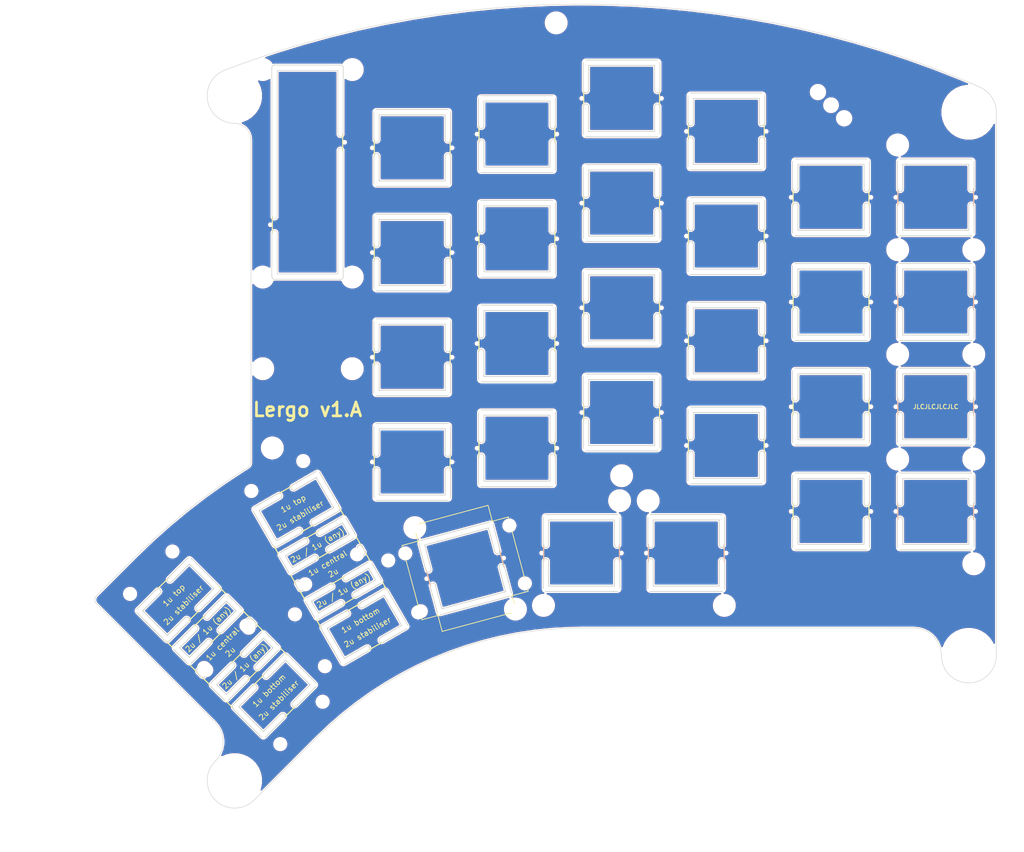
<source format=kicad_pcb>
(kicad_pcb (version 20171130) (host pcbnew 5.1.12-84ad8e8a86~92~ubuntu20.04.1)
  (title_block (title "Lergo default top plate, less routing") (date 2021-11-11) (rev v1.A) (company "Axel Voitier") (comment 1 "SPDX-License-Identifier: CERN-OHL-W-2.0") (comment 2 "Less routing variant") (comment 3 "Default Kyria layout variant"))
  (layers (0 F.Cu signal) (31 B.Cu signal) (34 B.Paste user hide) (35 F.Paste user hide) (36 B.SilkS user hide) (37 F.SilkS user) (38 B.Mask user hide) (39 F.Mask user hide) (44 Edge.Cuts user))
  (net 0 "")
  (module "Lergo Footprints:CherryMX_Lergo_v1_TopPlate_2u_1u_Less_Routing" (layer F.Cu) (at 97.135413 135.364647 225)
    (fp_text reference SW2 hide)
    (fp_text value KEY_SWITCH hide)
    (fp_arc (start 1.499992 16.025) (end 1.499992 15.525) (angle -180) (layer Edge.Cuts) (width 0.15))
    (fp_arc (start -1.5 16.025) (end -1.5 16.525) (angle -180) (layer Edge.Cuts) (width 0.15))
    (fp_arc (start 1.5 -16.025) (end 1.5 -16.525) (angle -180) (layer Edge.Cuts) (width 0.15))
    (fp_arc (start -1.5 -16.025) (end -1.5 -15.525) (angle -180) (layer Edge.Cuts) (width 0.15))
    (fp_text user "1u bottom" (at 0 -11 45) (layer F.SilkS))
    (fp_text user "2u stabiliser" (at 0 11 45) (layer F.SilkS))
    (fp_text user "1u top" (at 0 13.5 45) (layer F.SilkS))
    (fp_text user "2u stabiliser" (at 0 -13.5 45) (layer F.SilkS))
    (fp_text user "2u / 1u (any)" (at 0 4.725 45) (layer F.SilkS))
    (fp_text user "2u / 1u (any)" (at 0 -4.775 45) (layer F.SilkS))
    (fp_text user "1u central" (at 0 0.975 45) (layer F.SilkS))
    (fp_text user 2u (at 0 -1.025 45) (layer F.SilkS))
    (fp_arc (start 1.499992 8.70625) (end 1.499992 8.20625) (angle -180) (layer Edge.Cuts) (width 0.15))
    (fp_arc (start -1.500008 8.70625) (end -1.500008 9.20625) (angle -180) (layer Edge.Cuts) (width 0.15))
    (fp_arc (start 1.499992 -8.70625) (end 1.499992 -9.20625) (angle -180) (layer Edge.Cuts) (width 0.15))
    (fp_arc (start -1.500008 -8.70625) (end -1.500008 -8.20625) (angle -180) (layer Edge.Cuts) (width 0.15))
    (fp_arc (start 1.499992 -6.5) (end 1.499992 -7) (angle -180) (layer Edge.Cuts) (width 0.15))
    (fp_arc (start -1.500008 -6.5) (end -1.500008 -6) (angle -180) (layer Edge.Cuts) (width 0.15))
    (fp_arc (start 1.499992 -3.025) (end 1.499992 -3.525) (angle -180) (layer Edge.Cuts) (width 0.15))
    (fp_arc (start -1.500008 -3.025) (end -1.500008 -2.525) (angle -180) (layer Edge.Cuts) (width 0.15))
    (fp_arc (start -1.500008 6.5) (end -1.500008 7) (angle -180) (layer Edge.Cuts) (width 0.15))
    (fp_arc (start -1.500008 3.025) (end -1.500008 3.525) (angle -180) (layer Edge.Cuts) (width 0.15))
    (fp_arc (start 1.499992 3.025) (end 1.499992 2.525) (angle -180) (layer Edge.Cuts) (width 0.15))
    (fp_arc (start 1.499992 6.5) (end 1.499992 6) (angle -180) (layer Edge.Cuts) (width 0.15))
    (fp_arc (start 6.499992 -8.70625) (end 6.499992 -8.20625) (angle -89.9984396) (layer Edge.Cuts) (width 0.15))
    (fp_arc (start -6.500008 -8.70625) (end -7.000008 -8.70625) (angle -90) (layer Edge.Cuts) (width 0.15))
    (fp_arc (start 6.499992 8.70625) (end 6.999992 8.70625) (angle -90) (layer Edge.Cuts) (width 0.15))
    (fp_arc (start 6.5 -0.5) (end 7 -0.5) (angle -180) (layer Edge.Cuts) (width 0.15))
    (fp_arc (start 6.5 0.5) (end 6 0.5) (angle -180) (layer Edge.Cuts) (width 0.15))
    (fp_arc (start -6.500008 8.70625) (end -6.500008 8.20625) (angle -90.0015604) (layer Edge.Cuts) (width 0.15))
    (fp_arc (start -6.5 -0.5) (end -6 -0.5) (angle -180) (layer Edge.Cuts) (width 0.15))
    (fp_arc (start -6.5 0.5) (end -7 0.5) (angle -180) (layer Edge.Cuts) (width 0.15))
    (fp_arc (start 6.5 -6.5) (end 7 -6.5) (angle -90) (layer Edge.Cuts) (width 0.15))
    (fp_arc (start -6.5 -6.5) (end -6.5 -7) (angle -90) (layer Edge.Cuts) (width 0.15))
    (fp_arc (start -6.5 6.5) (end -7 6.5) (angle -90) (layer Edge.Cuts) (width 0.15))
    (fp_arc (start 6.5 6.5) (end 6.5 7) (angle -90) (layer Edge.Cuts) (width 0.15))
    (fp_arc (start 6.5 3.025) (end 7 3.025) (angle -90) (layer Edge.Cuts) (width 0.15))
    (fp_arc (start -6.5 3.025) (end -6.5 2.525) (angle -90) (layer Edge.Cuts) (width 0.15))
    (fp_arc (start -6.5 16.025) (end -7 16.025) (angle -90) (layer Edge.Cuts) (width 0.15))
    (fp_arc (start 6.5 16.025) (end 6.5 16.525) (angle -90) (layer Edge.Cuts) (width 0.15))
    (fp_arc (start 6.5 -16.025) (end 7 -16.025) (angle -90) (layer Edge.Cuts) (width 0.15))
    (fp_arc (start -6.5 -16.025) (end -6.5 -16.525) (angle -90) (layer Edge.Cuts) (width 0.15))
    (fp_arc (start -6.5 -3.025) (end -7 -3.025) (angle -90) (layer Edge.Cuts) (width 0.15))
    (fp_arc (start 6.5 -3.025) (end 6.5 -2.525) (angle -90) (layer Edge.Cuts) (width 0.15))
    (fp_line (start 5.999992 9.20625) (end 1.499992 9.20625) (layer Edge.Cuts) (width 0.15))
    (fp_line (start -1.500008 8.20625) (end -6.500008 8.20625) (layer Edge.Cuts) (width 0.15))
    (fp_line (start -1.500008 9.20625) (end -6.000008 9.20625) (layer Edge.Cuts) (width 0.15))
    (fp_line (start 6.499992 -8.20625) (end 1.499992 -8.20625) (layer Edge.Cuts) (width 0.15))
    (fp_line (start -1.500008 -9.20625) (end -6 -9.20625) (layer Edge.Cuts) (width 0.15))
    (fp_line (start 6 -9.20625) (end 1.499992 -9.20625) (layer Edge.Cuts) (width 0.15))
    (fp_line (start 6.499992 8.20625) (end 1.499992 8.20625) (layer Edge.Cuts) (width 0.15))
    (fp_line (start -1.500008 -8.20625) (end -6.500008 -8.20625) (layer Edge.Cuts) (width 0.15))
    (fp_line (start -6.5 -2.525) (end -1.500008 -2.525) (layer Edge.Cuts) (width 0.15))
    (fp_line (start -6 -3.525) (end -1.500008 -3.525) (layer Edge.Cuts) (width 0.15))
    (fp_line (start -1.500008 -6) (end -6 -6) (layer Edge.Cuts) (width 0.15))
    (fp_line (start -1.500008 -7) (end -6.5 -7) (layer Edge.Cuts) (width 0.15))
    (fp_line (start 1.499992 7) (end 6.5 7) (layer Edge.Cuts) (width 0.15))
    (fp_line (start 1.499992 6) (end 6 6) (layer Edge.Cuts) (width 0.15))
    (fp_line (start -6 6) (end -1.500008 6) (layer Edge.Cuts) (width 0.15))
    (fp_line (start 6 3.525) (end 1.499992 3.525) (layer Edge.Cuts) (width 0.15))
    (fp_line (start -1.500008 2.525) (end -6.5 2.525) (layer Edge.Cuts) (width 0.15))
    (fp_line (start -7 -6.5) (end -7 -3.025) (layer Edge.Cuts) (width 0.15))
    (fp_line (start -7 -16.025) (end -7.000008 -8.70625) (layer Edge.Cuts) (width 0.15))
    (fp_line (start 7 -16.025) (end 7 -8.70625) (layer Edge.Cuts) (width 0.15))
    (fp_line (start 7 -6.5) (end 7 -3.025) (layer Edge.Cuts) (width 0.15))
    (fp_line (start 7 0.5) (end 7 -0.5) (layer Edge.Cuts) (width 0.15))
    (fp_line (start 7 3.025) (end 7 6.5) (layer Edge.Cuts) (width 0.15))
    (fp_line (start 6.999992 8.70625) (end 7 16.025) (layer Edge.Cuts) (width 0.15))
    (fp_line (start -7.000008 8.706264) (end -7 16.025) (layer Edge.Cuts) (width 0.15))
    (fp_line (start -7 0.5) (end -7 -0.5) (layer Edge.Cuts) (width 0.15))
    (fp_line (start 6 0.5) (end 6 -0.5) (layer Edge.Cuts) (width 0.15))
    (fp_line (start -6 0.5) (end -6 -0.5) (layer Edge.Cuts) (width 0.15))
    (fp_line (start -6 6) (end -6 3.525) (layer Edge.Cuts) (width 0.15))
    (fp_line (start -6 -3.525) (end -6 -6) (layer Edge.Cuts) (width 0.15))
    (fp_line (start 6 -3.525) (end 6 -6) (layer Edge.Cuts) (width 0.15))
    (fp_line (start 6 6) (end 6 3.525) (layer Edge.Cuts) (width 0.15))
    (fp_line (start -6 -9.20625) (end -6 -15.525) (layer Edge.Cuts) (width 0.15))
    (fp_line (start -6 15.525) (end -6.000008 9.20625) (layer Edge.Cuts) (width 0.15))
    (fp_line (start 6 15.525) (end 5.999992 9.20625) (layer Edge.Cuts) (width 0.15))
    (fp_line (start 6 -9.20625) (end 6 -15.525) (layer Edge.Cuts) (width 0.15))
    (fp_line (start 1.5 15.525) (end 6 15.525) (layer Edge.Cuts) (width 0.15))
    (fp_line (start 1.499992 -3.525) (end 6 -3.525) (layer Edge.Cuts) (width 0.15))
    (fp_line (start -1.500008 3.525) (end -6 3.525) (layer Edge.Cuts) (width 0.15))
    (fp_line (start 6 -6) (end 1.499992 -6) (layer Edge.Cuts) (width 0.15))
    (fp_line (start 6 -15.525) (end 1.5 -15.525) (layer Edge.Cuts) (width 0.15))
    (fp_line (start -7 3.025) (end -7 6.5) (layer Edge.Cuts) (width 0.15))
    (fp_line (start 6.5 -7) (end 1.499992 -7) (layer Edge.Cuts) (width 0.15))
    (fp_line (start -6.5 7) (end -1.500008 7) (layer Edge.Cuts) (width 0.15))
    (fp_line (start 6.5 2.525) (end 1.499992 2.525) (layer Edge.Cuts) (width 0.15))
    (fp_line (start -6.5 16.525) (end -1.5 16.525) (layer Edge.Cuts) (width 0.15))
    (fp_line (start -1.5 -16.525) (end -6.5 -16.525) (layer Edge.Cuts) (width 0.15))
    (fp_line (start 1.499992 -2.525) (end 6.5 -2.525) (layer Edge.Cuts) (width 0.15))
    (fp_line (start 6.5 -16.525) (end 1.5 -16.525) (layer Edge.Cuts) (width 0.15))
    (fp_line (start -1.5 -15.525) (end -6 -15.525) (layer Edge.Cuts) (width 0.15))
    (fp_line (start -6 15.525) (end -1.5 15.525) (layer Edge.Cuts) (width 0.15))
    (fp_line (start 1.499992 16.525) (end 6.5 16.525) (layer Edge.Cuts) (width 0.15))
    (pad "" np_thru_hole circle (at -6.7 -2.825 225) (size 0.6 0.6) (drill 0.6) (layers *.Cu))
    (pad "" np_thru_hole circle (at -6.7 -6.7 225) (size 0.6 0.6) (drill 0.6) (layers *.Cu))
    (pad "" np_thru_hole circle (at 6.7 -6.7 225) (size 0.6 0.6) (drill 0.6) (layers *.Cu))
    (pad "" np_thru_hole circle (at 6.7 -2.825 225) (size 0.6 0.6) (drill 0.6) (layers *.Cu))
    (pad "" np_thru_hole circle (at 6.7 2.825 225) (size 0.6 0.6) (drill 0.6) (layers *.Cu))
    (pad "" np_thru_hole circle (at -6.7 2.825 225) (size 0.6 0.6) (drill 0.6) (layers *.Cu))
    (pad "" np_thru_hole circle (at -6.7 6.7 225) (size 0.6 0.6) (drill 0.6) (layers *.Cu))
    (pad "" np_thru_hole circle (at 6.7 6.7 225) (size 0.6 0.6) (drill 0.6) (layers *.Cu))
    (pad "" np_thru_hole circle (at -6.7 16.225 225) (size 0.6 0.6) (drill 0.6) (layers *.Cu))
    (pad "" np_thru_hole circle (at 6.7 16.225 225) (size 0.6 0.6) (drill 0.6) (layers *.Cu))
    (pad "" np_thru_hole circle (at 6.7 -16.225 225) (size 0.6 0.6) (drill 0.6) (layers *.Cu))
    (pad "" np_thru_hole circle (at -6.7 -16.225 225) (size 0.6 0.6) (drill 0.6) (layers *.Cu))
  )
  (module "Lergo Footprints:Pimoroni_Trackball" (layer F.Cu) (at 140.570866 120.913253 15)
    (fp_text reference REF** hide)
    (fp_text value Pimoroni_Trackball)
    (pad "" np_thru_hole circle (at 9.8 5.45 15) (size 2.2 2.2) (drill 2.2) (layers *.Cu *.Mask))
    (pad "" np_thru_hole circle (at -9.8 5.45 15) (size 2.2 2.2) (drill 2.2) (layers *.Cu *.Mask))
    (pad "" np_thru_hole circle (at 9.8 -5.45 15) (size 2.2 2.2) (drill 2.2) (layers *.Cu *.Mask))
    (pad "" np_thru_hole circle (at -9.8 -5.45 15) (size 2.2 2.2) (drill 2.2) (layers *.Cu *.Mask))
  )
  (module "Lergo Footprints:Pimonori_Trackball" (layer F.Cu) (at 90.399165 128.632384 135)
    (fp_text reference REF** hide)
    (fp_text value Pimonori_Trackball)
    (pad "" np_thru_hole circle (at 9.8 5.45 135) (size 2.2 2.2) (drill 2.2) (layers *.Cu *.Mask))
    (pad "" np_thru_hole circle (at -9.8 5.45 135) (size 2.2 2.2) (drill 2.2) (layers *.Cu *.Mask))
    (pad "" np_thru_hole circle (at 9.8 -5.45 135) (size 2.2 2.2) (drill 2.2) (layers *.Cu *.Mask))
    (pad "" np_thru_hole circle (at -9.8 -5.45 135) (size 2.2 2.2) (drill 2.2) (layers *.Cu *.Mask))
  )
  (module "Lergo Footprints:Pimonori_Trackball" (layer F.Cu) (at 103.869549 142.102768 315)
    (fp_text reference REF** hide)
    (fp_text value Pimonori_Trackball)
    (pad "" np_thru_hole circle (at 9.8 5.45 315) (size 2.2 2.2) (drill 2.2) (layers *.Cu *.Mask))
    (pad "" np_thru_hole circle (at -9.8 5.45 315) (size 2.2 2.2) (drill 2.2) (layers *.Cu *.Mask))
    (pad "" np_thru_hole circle (at 9.8 -5.45 315) (size 2.2 2.2) (drill 2.2) (layers *.Cu *.Mask))
    (pad "" np_thru_hole circle (at -9.8 -5.45 315) (size 2.2 2.2) (drill 2.2) (layers *.Cu *.Mask))
  )
  (module "Lergo Footprints:Pimonori_Trackball" (layer F.Cu) (at 111.300382 112.594317 300)
    (fp_text reference REF** hide)
    (fp_text value Pimonori_Trackball)
    (pad "" np_thru_hole circle (at 9.8 5.45 300) (size 2.2 2.2) (drill 2.2) (layers *.Cu *.Mask))
    (pad "" np_thru_hole circle (at -9.8 5.45 300) (size 2.2 2.2) (drill 2.2) (layers *.Cu *.Mask))
    (pad "" np_thru_hole circle (at 9.8 -5.45 300) (size 2.2 2.2) (drill 2.2) (layers *.Cu *.Mask))
    (pad "" np_thru_hole circle (at -9.8 -5.45 300) (size 2.2 2.2) (drill 2.2) (layers *.Cu *.Mask))
  )
  (module "Lergo Footprints:Pimonori_Trackball" (layer F.Cu) (at 120.825382 129.092101 30)
    (fp_text reference REF** hide)
    (fp_text value Pimonori_Trackball)
    (pad "" np_thru_hole circle (at 9.8 5.45 30) (size 2.2 2.2) (drill 2.2) (layers *.Cu *.Mask))
    (pad "" np_thru_hole circle (at -9.8 5.45 30) (size 2.2 2.2) (drill 2.2) (layers *.Cu *.Mask))
    (pad "" np_thru_hole circle (at 9.8 -5.45 30) (size 2.2 2.2) (drill 2.2) (layers *.Cu *.Mask))
    (pad "" np_thru_hole circle (at -9.8 -5.45 30) (size 2.2 2.2) (drill 2.2) (layers *.Cu *.Mask))
  )
  (module "Lergo Footprints:CherryMX_Lergo_v1_TopPlate_2u_1u_Less_Routing" (layer F.Cu) (at 116.057845 120.838155 210)
    (fp_text reference SW2 hide)
    (fp_text value KEY_SWITCH hide)
    (fp_line (start 5.999992 9.20625) (end 1.499992 9.20625) (layer Edge.Cuts) (width 0.15))
    (fp_line (start -1.500008 8.20625) (end -6.500008 8.20625) (layer Edge.Cuts) (width 0.15))
    (fp_line (start -1.500008 9.20625) (end -6.000008 9.20625) (layer Edge.Cuts) (width 0.15))
    (fp_line (start 6.499992 -8.20625) (end 1.499992 -8.20625) (layer Edge.Cuts) (width 0.15))
    (fp_line (start -1.500008 -9.20625) (end -6 -9.20625) (layer Edge.Cuts) (width 0.15))
    (fp_line (start 6 -9.20625) (end 1.499992 -9.20625) (layer Edge.Cuts) (width 0.15))
    (fp_line (start 6.499992 8.20625) (end 1.499992 8.20625) (layer Edge.Cuts) (width 0.15))
    (fp_line (start -1.500008 -8.20625) (end -6.500008 -8.20625) (layer Edge.Cuts) (width 0.15))
    (fp_line (start -6.5 -2.525) (end -1.500008 -2.525) (layer Edge.Cuts) (width 0.15))
    (fp_line (start -6 -3.525) (end -1.500008 -3.525) (layer Edge.Cuts) (width 0.15))
    (fp_line (start -1.500008 -6) (end -6 -6) (layer Edge.Cuts) (width 0.15))
    (fp_line (start -1.500008 -7) (end -6.5 -7) (layer Edge.Cuts) (width 0.15))
    (fp_line (start 1.499992 7) (end 6.5 7) (layer Edge.Cuts) (width 0.15))
    (fp_line (start 1.499992 6) (end 6 6) (layer Edge.Cuts) (width 0.15))
    (fp_line (start -6 6) (end -1.500008 6) (layer Edge.Cuts) (width 0.15))
    (fp_line (start 6 3.525) (end 1.499992 3.525) (layer Edge.Cuts) (width 0.15))
    (fp_line (start -1.500008 2.525) (end -6.5 2.525) (layer Edge.Cuts) (width 0.15))
    (fp_line (start -7 -6.5) (end -7 -3.025) (layer Edge.Cuts) (width 0.15))
    (fp_line (start -7 -16.025) (end -7.000008 -8.70625) (layer Edge.Cuts) (width 0.15))
    (fp_line (start 7 -16.025) (end 7 -8.70625) (layer Edge.Cuts) (width 0.15))
    (fp_line (start 7 -6.5) (end 7 -3.025) (layer Edge.Cuts) (width 0.15))
    (fp_line (start 7 0.5) (end 7 -0.5) (layer Edge.Cuts) (width 0.15))
    (fp_line (start 7 3.025) (end 7 6.5) (layer Edge.Cuts) (width 0.15))
    (fp_line (start 6.999992 8.70625) (end 7 16.025) (layer Edge.Cuts) (width 0.15))
    (fp_line (start -7.000008 8.706264) (end -7 16.025) (layer Edge.Cuts) (width 0.15))
    (fp_line (start -7 0.5) (end -7 -0.5) (layer Edge.Cuts) (width 0.15))
    (fp_line (start 6 0.5) (end 6 -0.5) (layer Edge.Cuts) (width 0.15))
    (fp_line (start -6 0.5) (end -6 -0.5) (layer Edge.Cuts) (width 0.15))
    (fp_line (start -6 6) (end -6 3.525) (layer Edge.Cuts) (width 0.15))
    (fp_line (start -6 -3.525) (end -6 -6) (layer Edge.Cuts) (width 0.15))
    (fp_line (start 6 -3.525) (end 6 -6) (layer Edge.Cuts) (width 0.15))
    (fp_line (start 6 6) (end 6 3.525) (layer Edge.Cuts) (width 0.15))
    (fp_line (start -6 -9.20625) (end -6 -15.525) (layer Edge.Cuts) (width 0.15))
    (fp_line (start -6 15.525) (end -6.000008 9.20625) (layer Edge.Cuts) (width 0.15))
    (fp_line (start 6 15.525) (end 5.999992 9.20625) (layer Edge.Cuts) (width 0.15))
    (fp_line (start 6 -9.20625) (end 6 -15.525) (layer Edge.Cuts) (width 0.15))
    (fp_line (start 1.5 15.525) (end 6 15.525) (layer Edge.Cuts) (width 0.15))
    (fp_line (start 1.499992 -3.525) (end 6 -3.525) (layer Edge.Cuts) (width 0.15))
    (fp_line (start -1.500008 3.525) (end -6 3.525) (layer Edge.Cuts) (width 0.15))
    (fp_line (start 6 -6) (end 1.499992 -6) (layer Edge.Cuts) (width 0.15))
    (fp_line (start 6 -15.525) (end 1.5 -15.525) (layer Edge.Cuts) (width 0.15))
    (fp_line (start -7 3.025) (end -7 6.5) (layer Edge.Cuts) (width 0.15))
    (fp_line (start 6.5 -7) (end 1.499992 -7) (layer Edge.Cuts) (width 0.15))
    (fp_line (start -6.5 7) (end -1.500008 7) (layer Edge.Cuts) (width 0.15))
    (fp_line (start 6.5 2.525) (end 1.499992 2.525) (layer Edge.Cuts) (width 0.15))
    (fp_line (start -6.5 16.525) (end -1.5 16.525) (layer Edge.Cuts) (width 0.15))
    (fp_line (start -1.5 -16.525) (end -6.5 -16.525) (layer Edge.Cuts) (width 0.15))
    (fp_line (start 1.499992 -2.525) (end 6.5 -2.525) (layer Edge.Cuts) (width 0.15))
    (fp_line (start 6.5 -16.525) (end 1.5 -16.525) (layer Edge.Cuts) (width 0.15))
    (fp_line (start -1.5 -15.525) (end -6 -15.525) (layer Edge.Cuts) (width 0.15))
    (fp_line (start -6 15.525) (end -1.5 15.525) (layer Edge.Cuts) (width 0.15))
    (fp_line (start 1.499992 16.525) (end 6.5 16.525) (layer Edge.Cuts) (width 0.15))
    (fp_arc (start 1.499992 16.025) (end 1.499992 15.525) (angle -180) (layer Edge.Cuts) (width 0.15))
    (fp_arc (start -1.5 16.025) (end -1.5 16.525) (angle -180) (layer Edge.Cuts) (width 0.15))
    (fp_arc (start 1.5 -16.025) (end 1.5 -16.525) (angle -180) (layer Edge.Cuts) (width 0.15))
    (fp_arc (start -1.5 -16.025) (end -1.5 -15.525) (angle -180) (layer Edge.Cuts) (width 0.15))
    (fp_text user "1u bottom" (at 0 -11 30) (layer F.SilkS))
    (fp_text user "2u stabiliser" (at 0 11 30) (layer F.SilkS))
    (fp_text user "1u top" (at 0 13.5 30) (layer F.SilkS))
    (fp_text user "2u stabiliser" (at 0 -13.5 30) (layer F.SilkS))
    (fp_text user "2u / 1u (any)" (at 0 4.725 30) (layer F.SilkS))
    (fp_text user "2u / 1u (any)" (at 0 -4.775 30) (layer F.SilkS))
    (fp_text user "1u central" (at 0 0.975 30) (layer F.SilkS))
    (fp_text user 2u (at 0 -1.025 30) (layer F.SilkS))
    (fp_arc (start 1.499992 8.70625) (end 1.499992 8.20625) (angle -180) (layer Edge.Cuts) (width 0.15))
    (fp_arc (start -1.500008 8.70625) (end -1.500008 9.20625) (angle -180) (layer Edge.Cuts) (width 0.15))
    (fp_arc (start 1.499992 -8.70625) (end 1.499992 -9.20625) (angle -180) (layer Edge.Cuts) (width 0.15))
    (fp_arc (start -1.500008 -8.70625) (end -1.500008 -8.20625) (angle -180) (layer Edge.Cuts) (width 0.15))
    (fp_arc (start 1.499992 -6.5) (end 1.499992 -7) (angle -180) (layer Edge.Cuts) (width 0.15))
    (fp_arc (start -1.500008 -6.5) (end -1.500008 -6) (angle -180) (layer Edge.Cuts) (width 0.15))
    (fp_arc (start 1.499992 -3.025) (end 1.499992 -3.525) (angle -180) (layer Edge.Cuts) (width 0.15))
    (fp_arc (start -1.500008 -3.025) (end -1.500008 -2.525) (angle -180) (layer Edge.Cuts) (width 0.15))
    (fp_arc (start -1.500008 6.5) (end -1.500008 7) (angle -180) (layer Edge.Cuts) (width 0.15))
    (fp_arc (start -1.500008 3.025) (end -1.500008 3.525) (angle -180) (layer Edge.Cuts) (width 0.15))
    (fp_arc (start 1.499992 3.025) (end 1.499992 2.525) (angle -180) (layer Edge.Cuts) (width 0.15))
    (fp_arc (start 1.499992 6.5) (end 1.499992 6) (angle -180) (layer Edge.Cuts) (width 0.15))
    (fp_arc (start 6.499992 -8.70625) (end 6.499992 -8.20625) (angle -89.9984396) (layer Edge.Cuts) (width 0.15))
    (fp_arc (start -6.500008 -8.70625) (end -7.000008 -8.70625) (angle -90) (layer Edge.Cuts) (width 0.15))
    (fp_arc (start 6.499992 8.70625) (end 6.999992 8.70625) (angle -90) (layer Edge.Cuts) (width 0.15))
    (fp_arc (start 6.5 -0.5) (end 7 -0.5) (angle -180) (layer Edge.Cuts) (width 0.15))
    (fp_arc (start 6.5 0.5) (end 6 0.5) (angle -180) (layer Edge.Cuts) (width 0.15))
    (fp_arc (start -6.500008 8.70625) (end -6.500008 8.20625) (angle -90.0015604) (layer Edge.Cuts) (width 0.15))
    (fp_arc (start -6.5 -0.5) (end -6 -0.5) (angle -180) (layer Edge.Cuts) (width 0.15))
    (fp_arc (start -6.5 0.5) (end -7 0.5) (angle -180) (layer Edge.Cuts) (width 0.15))
    (fp_arc (start 6.5 -6.5) (end 7 -6.5) (angle -90) (layer Edge.Cuts) (width 0.15))
    (fp_arc (start -6.5 -6.5) (end -6.5 -7) (angle -90) (layer Edge.Cuts) (width 0.15))
    (fp_arc (start -6.5 6.5) (end -7 6.5) (angle -90) (layer Edge.Cuts) (width 0.15))
    (fp_arc (start 6.5 6.5) (end 6.5 7) (angle -90) (layer Edge.Cuts) (width 0.15))
    (fp_arc (start 6.5 3.025) (end 7 3.025) (angle -90) (layer Edge.Cuts) (width 0.15))
    (fp_arc (start -6.5 3.025) (end -6.5 2.525) (angle -90) (layer Edge.Cuts) (width 0.15))
    (fp_arc (start -6.5 16.025) (end -7 16.025) (angle -90) (layer Edge.Cuts) (width 0.15))
    (fp_arc (start 6.5 16.025) (end 6.5 16.525) (angle -90) (layer Edge.Cuts) (width 0.15))
    (fp_arc (start 6.5 -16.025) (end 7 -16.025) (angle -90) (layer Edge.Cuts) (width 0.15))
    (fp_arc (start -6.5 -16.025) (end -6.5 -16.525) (angle -90) (layer Edge.Cuts) (width 0.15))
    (fp_arc (start -6.5 -3.025) (end -7 -3.025) (angle -90) (layer Edge.Cuts) (width 0.15))
    (fp_arc (start 6.5 -3.025) (end 6.5 -2.525) (angle -90) (layer Edge.Cuts) (width 0.15))
    (pad "" np_thru_hole circle (at -6.7 -2.825 210) (size 0.6 0.6) (drill 0.6) (layers *.Cu))
    (pad "" np_thru_hole circle (at -6.7 -6.7 210) (size 0.6 0.6) (drill 0.6) (layers *.Cu))
    (pad "" np_thru_hole circle (at 6.7 -6.7 210) (size 0.6 0.6) (drill 0.6) (layers *.Cu))
    (pad "" np_thru_hole circle (at 6.7 -2.825 210) (size 0.6 0.6) (drill 0.6) (layers *.Cu))
    (pad "" np_thru_hole circle (at 6.7 2.825 210) (size 0.6 0.6) (drill 0.6) (layers *.Cu))
    (pad "" np_thru_hole circle (at -6.7 2.825 210) (size 0.6 0.6) (drill 0.6) (layers *.Cu))
    (pad "" np_thru_hole circle (at -6.7 6.7 210) (size 0.6 0.6) (drill 0.6) (layers *.Cu))
    (pad "" np_thru_hole circle (at 6.7 6.7 210) (size 0.6 0.6) (drill 0.6) (layers *.Cu))
    (pad "" np_thru_hole circle (at -6.7 16.225 210) (size 0.6 0.6) (drill 0.6) (layers *.Cu))
    (pad "" np_thru_hole circle (at 6.7 16.225 210) (size 0.6 0.6) (drill 0.6) (layers *.Cu))
    (pad "" np_thru_hole circle (at 6.7 -16.225 210) (size 0.6 0.6) (drill 0.6) (layers *.Cu))
    (pad "" np_thru_hole circle (at -6.7 -16.225 210) (size 0.6 0.6) (drill 0.6) (layers *.Cu))
  )
  (module "Lergo Footprints:RollerEncoder_TopPlate" (layer F.Cu) (at 140.570866 120.913253 285)
    (fp_text reference REF**)
    (fp_text value RollerEncoder_Panasonic_EVQWGD001)
  )
  (module "Lergo Footprints:CherryMX_Lergo_v1_TopPlate_1u_Drilled_Less_Routing" (layer F.Cu) (at 180.81 118.12)
    (fp_text reference SW2 hide)
    (fp_text value KEY_SWITCH hide)
    (fp_line (start -6 -6) (end -6 -1.5) (layer Edge.Cuts) (width 0.15))
    (fp_line (start 7 6.5) (end 7 1.5) (layer Edge.Cuts) (width 0.15))
    (fp_line (start 6 6) (end 6 1.5) (layer Edge.Cuts) (width 0.15))
    (fp_line (start -7 1.5) (end -7 6.5) (layer Edge.Cuts) (width 0.15))
    (fp_line (start -6 1.5) (end -6 6) (layer Edge.Cuts) (width 0.15))
    (fp_line (start -6.5 7) (end 6.5 7) (layer Edge.Cuts) (width 0.15))
    (fp_line (start -6 6) (end 6 6) (layer Edge.Cuts) (width 0.15))
    (fp_line (start 7 -1.5) (end 7 -6.5) (layer Edge.Cuts) (width 0.15))
    (fp_line (start 6 -6) (end -6 -6) (layer Edge.Cuts) (width 0.15))
    (fp_line (start -7 -6.5) (end -7 -1.5) (layer Edge.Cuts) (width 0.15))
    (fp_line (start 6 -1.5) (end 6 -6) (layer Edge.Cuts) (width 0.15))
    (fp_line (start 6.5 -7) (end -6.5 -7) (layer Edge.Cuts) (width 0.15))
    (fp_arc (start 6.5 6.5) (end 6.5 7) (angle -90) (layer Edge.Cuts) (width 0.15))
    (fp_arc (start -6.5 6.5) (end -7 6.5) (angle -90) (layer Edge.Cuts) (width 0.15))
    (fp_arc (start 6.5 1.5) (end 7 1.5) (angle -180) (layer Edge.Cuts) (width 0.15))
    (fp_arc (start -6.5 -6.5) (end -6.5 -7) (angle -90) (layer Edge.Cuts) (width 0.15))
    (fp_arc (start 6.5 -1.5) (end 6 -1.5) (angle -180) (layer Edge.Cuts) (width 0.15))
    (fp_arc (start -6.5 1.5) (end -6 1.5) (angle -180) (layer Edge.Cuts) (width 0.15))
    (fp_arc (start -6.5 -1.5) (end -7 -1.5) (angle -180) (layer Edge.Cuts) (width 0.15))
    (fp_arc (start 6.5 -6.5) (end 7 -6.5) (angle -90) (layer Edge.Cuts) (width 0.15))
    (pad "" np_thru_hole circle (at -7.25 0 90) (size 0.5 0.5) (drill 0.5) (layers *.Cu *.Mask))
    (pad "" np_thru_hole circle (at 7.25 0 90) (size 0.5 0.5) (drill 0.5) (layers *.Cu *.Mask))
    (pad "" np_thru_hole circle (at -6.92375 -9.525) (size 2 2) (drill 2) (layers *.Cu *.Mask) (clearance 1.1))
    (pad "" np_thru_hole circle (at 6.92375 9.525) (size 2 2) (drill 2) (layers *.Cu *.Mask) (clearance 1.1))
    (pad "" np_thru_hole circle (at -6.7 6.7) (size 0.6 0.6) (drill 0.6) (layers *.Cu))
    (pad "" np_thru_hole circle (at 6.7 -6.7) (size 0.6 0.6) (drill 0.6) (layers *.Cu))
    (pad "" np_thru_hole circle (at 6.7 6.7) (size 0.6 0.6) (drill 0.6) (layers *.Cu))
    (pad "" np_thru_hole circle (at -6.7 -6.7) (size 0.6 0.6) (drill 0.6) (layers *.Cu))
  )
  (module "Lergo Footprints:CherryMX_Lergo_v1_TopPlate_1u_Drilled_Less_Routing" (layer B.Cu) (at 161.76 118.12)
    (fp_text reference SW2 hide)
    (fp_text value KEY_SWITCH hide)
    (fp_line (start -6 6) (end -6 1.5) (layer Edge.Cuts) (width 0.15))
    (fp_line (start 7 -6.5) (end 7 -1.5) (layer Edge.Cuts) (width 0.15))
    (fp_line (start 6 -6) (end 6 -1.5) (layer Edge.Cuts) (width 0.15))
    (fp_line (start -7 -1.5) (end -7 -6.5) (layer Edge.Cuts) (width 0.15))
    (fp_line (start -6 -1.5) (end -6 -6) (layer Edge.Cuts) (width 0.15))
    (fp_line (start -6.5 -7) (end 6.5 -7) (layer Edge.Cuts) (width 0.15))
    (fp_line (start -6 -6) (end 6 -6) (layer Edge.Cuts) (width 0.15))
    (fp_line (start 7 1.5) (end 7 6.5) (layer Edge.Cuts) (width 0.15))
    (fp_line (start 6 6) (end -6 6) (layer Edge.Cuts) (width 0.15))
    (fp_line (start -7 6.5) (end -7 1.5) (layer Edge.Cuts) (width 0.15))
    (fp_line (start 6 1.5) (end 6 6) (layer Edge.Cuts) (width 0.15))
    (fp_line (start 6.5 7) (end -6.5 7) (layer Edge.Cuts) (width 0.15))
    (fp_arc (start 6.5 -6.5) (end 6.5 -7) (angle 90) (layer Edge.Cuts) (width 0.15))
    (fp_arc (start -6.5 -6.5) (end -7 -6.5) (angle 90) (layer Edge.Cuts) (width 0.15))
    (fp_arc (start 6.5 -1.5) (end 7 -1.5) (angle 180) (layer Edge.Cuts) (width 0.15))
    (fp_arc (start -6.5 6.5) (end -6.5 7) (angle 90) (layer Edge.Cuts) (width 0.15))
    (fp_arc (start 6.5 1.5) (end 6 1.5) (angle 180) (layer Edge.Cuts) (width 0.15))
    (fp_arc (start -6.5 -1.5) (end -6 -1.5) (angle 180) (layer Edge.Cuts) (width 0.15))
    (fp_arc (start -6.5 1.5) (end -7 1.5) (angle 180) (layer Edge.Cuts) (width 0.15))
    (fp_arc (start 6.5 6.5) (end 7 6.5) (angle 90) (layer Edge.Cuts) (width 0.15))
    (pad "" np_thru_hole circle (at -7.25 0 270) (size 0.5 0.5) (drill 0.5) (layers *.Cu *.Mask))
    (pad "" np_thru_hole circle (at 7.25 0 270) (size 0.5 0.5) (drill 0.5) (layers *.Cu *.Mask))
    (pad "" np_thru_hole circle (at -6.92375 9.525) (size 2 2) (drill 2) (layers *.Cu *.Mask) (clearance 1.1))
    (pad "" np_thru_hole circle (at 6.92375 -9.525) (size 2 2) (drill 2) (layers *.Cu *.Mask) (clearance 1.1))
    (pad "" np_thru_hole circle (at -6.7 -6.7) (size 0.6 0.6) (drill 0.6) (layers *.Cu))
    (pad "" np_thru_hole circle (at 6.7 6.7) (size 0.6 0.6) (drill 0.6) (layers *.Cu))
    (pad "" np_thru_hole circle (at 6.7 -6.7) (size 0.6 0.6) (drill 0.6) (layers *.Cu))
    (pad "" np_thru_hole circle (at -6.7 6.7) (size 0.6 0.6) (drill 0.6) (layers *.Cu))
  )
  (module "Lergo Footprints:CherryMX_Lergo_v1_TopPlate_1u_Drilled_Less_Routing" (layer F.Cu) (at 140.575 120.91 15)
    (fp_text reference SW2 hide)
    (fp_text value KEY_SWITCH hide)
    (fp_line (start -6 -6) (end -6 -1.5) (layer Edge.Cuts) (width 0.15))
    (fp_line (start 7 6.5) (end 7 1.5) (layer Edge.Cuts) (width 0.15))
    (fp_line (start 6 6) (end 6 1.5) (layer Edge.Cuts) (width 0.15))
    (fp_line (start -7 1.5) (end -7 6.5) (layer Edge.Cuts) (width 0.15))
    (fp_line (start -6 1.5) (end -6 6) (layer Edge.Cuts) (width 0.15))
    (fp_line (start -6.5 7) (end 6.5 7) (layer Edge.Cuts) (width 0.15))
    (fp_line (start -6 6) (end 6 6) (layer Edge.Cuts) (width 0.15))
    (fp_line (start 7 -1.5) (end 7 -6.5) (layer Edge.Cuts) (width 0.15))
    (fp_line (start 6 -6) (end -6 -6) (layer Edge.Cuts) (width 0.15))
    (fp_line (start -7 -6.5) (end -7 -1.5) (layer Edge.Cuts) (width 0.15))
    (fp_line (start 6 -1.5) (end 6 -6) (layer Edge.Cuts) (width 0.15))
    (fp_line (start 6.5 -7) (end -6.5 -7) (layer Edge.Cuts) (width 0.15))
    (fp_arc (start 6.5 6.5) (end 6.5 7) (angle -90) (layer Edge.Cuts) (width 0.15))
    (fp_arc (start -6.5 6.5) (end -7 6.5) (angle -90) (layer Edge.Cuts) (width 0.15))
    (fp_arc (start 6.5 1.5) (end 7 1.5) (angle -180) (layer Edge.Cuts) (width 0.15))
    (fp_arc (start -6.5 -6.5) (end -6.5 -7) (angle -90) (layer Edge.Cuts) (width 0.15))
    (fp_arc (start 6.5 -1.5) (end 6 -1.5) (angle -180) (layer Edge.Cuts) (width 0.15))
    (fp_arc (start -6.5 1.5) (end -6 1.5) (angle -180) (layer Edge.Cuts) (width 0.15))
    (fp_arc (start -6.5 -1.5) (end -7 -1.5) (angle -180) (layer Edge.Cuts) (width 0.15))
    (fp_arc (start 6.5 -6.5) (end 7 -6.5) (angle -90) (layer Edge.Cuts) (width 0.15))
    (pad "" np_thru_hole circle (at -7.25 0 105) (size 0.5 0.5) (drill 0.5) (layers *.Cu *.Mask))
    (pad "" np_thru_hole circle (at 7.25 0 105) (size 0.5 0.5) (drill 0.5) (layers *.Cu *.Mask))
    (pad "" np_thru_hole circle (at -6.92375 -9.525 15) (size 2 2) (drill 2) (layers *.Cu *.Mask) (clearance 1.1))
    (pad "" np_thru_hole circle (at 6.92375 9.525 15) (size 2 2) (drill 2) (layers *.Cu *.Mask) (clearance 1.1))
    (pad "" np_thru_hole circle (at -6.7 6.7 15) (size 0.6 0.6) (drill 0.6) (layers *.Cu))
    (pad "" np_thru_hole circle (at 6.7 -6.7 15) (size 0.6 0.6) (drill 0.6) (layers *.Cu))
    (pad "" np_thru_hole circle (at 6.7 6.7 15) (size 0.6 0.6) (drill 0.6) (layers *.Cu))
    (pad "" np_thru_hole circle (at -6.7 -6.7 15) (size 0.6 0.6) (drill 0.6) (layers *.Cu))
  )
  (module "Lergo Footprints:CherryMX_Lergo_v1_TopPlate_1u_Drilled_Less_Routing" (layer F.Cu) (at 226.2 110.55)
    (fp_text reference SW2 hide)
    (fp_text value KEY_SWITCH hide)
    (fp_line (start -6 -6) (end -6 -1.5) (layer Edge.Cuts) (width 0.15))
    (fp_line (start 7 6.5) (end 7 1.5) (layer Edge.Cuts) (width 0.15))
    (fp_line (start 6 6) (end 6 1.5) (layer Edge.Cuts) (width 0.15))
    (fp_line (start -7 1.5) (end -7 6.5) (layer Edge.Cuts) (width 0.15))
    (fp_line (start -6 1.5) (end -6 6) (layer Edge.Cuts) (width 0.15))
    (fp_line (start -6.5 7) (end 6.5 7) (layer Edge.Cuts) (width 0.15))
    (fp_line (start -6 6) (end 6 6) (layer Edge.Cuts) (width 0.15))
    (fp_line (start 7 -1.5) (end 7 -6.5) (layer Edge.Cuts) (width 0.15))
    (fp_line (start 6 -6) (end -6 -6) (layer Edge.Cuts) (width 0.15))
    (fp_line (start -7 -6.5) (end -7 -1.5) (layer Edge.Cuts) (width 0.15))
    (fp_line (start 6 -1.5) (end 6 -6) (layer Edge.Cuts) (width 0.15))
    (fp_line (start 6.5 -7) (end -6.5 -7) (layer Edge.Cuts) (width 0.15))
    (fp_arc (start 6.5 6.5) (end 6.5 7) (angle -90) (layer Edge.Cuts) (width 0.15))
    (fp_arc (start -6.5 6.5) (end -7 6.5) (angle -90) (layer Edge.Cuts) (width 0.15))
    (fp_arc (start 6.5 1.5) (end 7 1.5) (angle -180) (layer Edge.Cuts) (width 0.15))
    (fp_arc (start -6.5 -6.5) (end -6.5 -7) (angle -90) (layer Edge.Cuts) (width 0.15))
    (fp_arc (start 6.5 -1.5) (end 6 -1.5) (angle -180) (layer Edge.Cuts) (width 0.15))
    (fp_arc (start -6.5 1.5) (end -6 1.5) (angle -180) (layer Edge.Cuts) (width 0.15))
    (fp_arc (start -6.5 -1.5) (end -7 -1.5) (angle -180) (layer Edge.Cuts) (width 0.15))
    (fp_arc (start 6.5 -6.5) (end 7 -6.5) (angle -90) (layer Edge.Cuts) (width 0.15))
    (pad "" np_thru_hole circle (at -7.25 0 90) (size 0.5 0.5) (drill 0.5) (layers *.Cu *.Mask))
    (pad "" np_thru_hole circle (at 7.25 0 90) (size 0.5 0.5) (drill 0.5) (layers *.Cu *.Mask))
    (pad "" np_thru_hole circle (at -6.92375 -9.525) (size 2 2) (drill 2) (layers *.Cu *.Mask) (clearance 1.1))
    (pad "" np_thru_hole circle (at 6.92375 9.525) (size 2 2) (drill 2) (layers *.Cu *.Mask) (clearance 1.1))
    (pad "" np_thru_hole circle (at -6.7 6.7) (size 0.6 0.6) (drill 0.6) (layers *.Cu))
    (pad "" np_thru_hole circle (at 6.7 -6.7) (size 0.6 0.6) (drill 0.6) (layers *.Cu))
    (pad "" np_thru_hole circle (at 6.7 6.7) (size 0.6 0.6) (drill 0.6) (layers *.Cu))
    (pad "" np_thru_hole circle (at -6.7 -6.7) (size 0.6 0.6) (drill 0.6) (layers *.Cu))
  )
  (module "Lergo Footprints:CherryMX_Lergo_v1_TopPlate_1u_Drilled_Less_Routing" (layer F.Cu) (at 226.2 91.5)
    (fp_text reference SW2 hide)
    (fp_text value KEY_SWITCH hide)
    (fp_line (start -6 -6) (end -6 -1.5) (layer Edge.Cuts) (width 0.15))
    (fp_line (start 7 6.5) (end 7 1.5) (layer Edge.Cuts) (width 0.15))
    (fp_line (start 6 6) (end 6 1.5) (layer Edge.Cuts) (width 0.15))
    (fp_line (start -7 1.5) (end -7 6.5) (layer Edge.Cuts) (width 0.15))
    (fp_line (start -6 1.5) (end -6 6) (layer Edge.Cuts) (width 0.15))
    (fp_line (start -6.5 7) (end 6.5 7) (layer Edge.Cuts) (width 0.15))
    (fp_line (start -6 6) (end 6 6) (layer Edge.Cuts) (width 0.15))
    (fp_line (start 7 -1.5) (end 7 -6.5) (layer Edge.Cuts) (width 0.15))
    (fp_line (start 6 -6) (end -6 -6) (layer Edge.Cuts) (width 0.15))
    (fp_line (start -7 -6.5) (end -7 -1.5) (layer Edge.Cuts) (width 0.15))
    (fp_line (start 6 -1.5) (end 6 -6) (layer Edge.Cuts) (width 0.15))
    (fp_line (start 6.5 -7) (end -6.5 -7) (layer Edge.Cuts) (width 0.15))
    (fp_arc (start 6.5 6.5) (end 6.5 7) (angle -90) (layer Edge.Cuts) (width 0.15))
    (fp_arc (start -6.5 6.5) (end -7 6.5) (angle -90) (layer Edge.Cuts) (width 0.15))
    (fp_arc (start 6.5 1.5) (end 7 1.5) (angle -180) (layer Edge.Cuts) (width 0.15))
    (fp_arc (start -6.5 -6.5) (end -6.5 -7) (angle -90) (layer Edge.Cuts) (width 0.15))
    (fp_arc (start 6.5 -1.5) (end 6 -1.5) (angle -180) (layer Edge.Cuts) (width 0.15))
    (fp_arc (start -6.5 1.5) (end -6 1.5) (angle -180) (layer Edge.Cuts) (width 0.15))
    (fp_arc (start -6.5 -1.5) (end -7 -1.5) (angle -180) (layer Edge.Cuts) (width 0.15))
    (fp_arc (start 6.5 -6.5) (end 7 -6.5) (angle -90) (layer Edge.Cuts) (width 0.15))
    (pad "" np_thru_hole circle (at -7.25 0 90) (size 0.5 0.5) (drill 0.5) (layers *.Cu *.Mask))
    (pad "" np_thru_hole circle (at 7.25 0 90) (size 0.5 0.5) (drill 0.5) (layers *.Cu *.Mask))
    (pad "" np_thru_hole circle (at -6.92375 -9.525) (size 2 2) (drill 2) (layers *.Cu *.Mask) (clearance 1.1))
    (pad "" np_thru_hole circle (at 6.92375 9.525) (size 2 2) (drill 2) (layers *.Cu *.Mask) (clearance 1.1))
    (pad "" np_thru_hole circle (at -6.7 6.7) (size 0.6 0.6) (drill 0.6) (layers *.Cu))
    (pad "" np_thru_hole circle (at 6.7 -6.7) (size 0.6 0.6) (drill 0.6) (layers *.Cu))
    (pad "" np_thru_hole circle (at 6.7 6.7) (size 0.6 0.6) (drill 0.6) (layers *.Cu))
    (pad "" np_thru_hole circle (at -6.7 -6.7) (size 0.6 0.6) (drill 0.6) (layers *.Cu))
  )
  (module "Lergo Footprints:CherryMX_Lergo_v1_TopPlate_1u_Drilled_Less_Routing" (layer F.Cu) (at 226.2 72.45)
    (fp_text reference SW2 hide)
    (fp_text value KEY_SWITCH hide)
    (fp_line (start -6 -6) (end -6 -1.5) (layer Edge.Cuts) (width 0.15))
    (fp_line (start 7 6.5) (end 7 1.5) (layer Edge.Cuts) (width 0.15))
    (fp_line (start 6 6) (end 6 1.5) (layer Edge.Cuts) (width 0.15))
    (fp_line (start -7 1.5) (end -7 6.5) (layer Edge.Cuts) (width 0.15))
    (fp_line (start -6 1.5) (end -6 6) (layer Edge.Cuts) (width 0.15))
    (fp_line (start -6.5 7) (end 6.5 7) (layer Edge.Cuts) (width 0.15))
    (fp_line (start -6 6) (end 6 6) (layer Edge.Cuts) (width 0.15))
    (fp_line (start 7 -1.5) (end 7 -6.5) (layer Edge.Cuts) (width 0.15))
    (fp_line (start 6 -6) (end -6 -6) (layer Edge.Cuts) (width 0.15))
    (fp_line (start -7 -6.5) (end -7 -1.5) (layer Edge.Cuts) (width 0.15))
    (fp_line (start 6 -1.5) (end 6 -6) (layer Edge.Cuts) (width 0.15))
    (fp_line (start 6.5 -7) (end -6.5 -7) (layer Edge.Cuts) (width 0.15))
    (fp_arc (start 6.5 6.5) (end 6.5 7) (angle -90) (layer Edge.Cuts) (width 0.15))
    (fp_arc (start -6.5 6.5) (end -7 6.5) (angle -90) (layer Edge.Cuts) (width 0.15))
    (fp_arc (start 6.5 1.5) (end 7 1.5) (angle -180) (layer Edge.Cuts) (width 0.15))
    (fp_arc (start -6.5 -6.5) (end -6.5 -7) (angle -90) (layer Edge.Cuts) (width 0.15))
    (fp_arc (start 6.5 -1.5) (end 6 -1.5) (angle -180) (layer Edge.Cuts) (width 0.15))
    (fp_arc (start -6.5 1.5) (end -6 1.5) (angle -180) (layer Edge.Cuts) (width 0.15))
    (fp_arc (start -6.5 -1.5) (end -7 -1.5) (angle -180) (layer Edge.Cuts) (width 0.15))
    (fp_arc (start 6.5 -6.5) (end 7 -6.5) (angle -90) (layer Edge.Cuts) (width 0.15))
    (pad "" np_thru_hole circle (at -7.25 0 90) (size 0.5 0.5) (drill 0.5) (layers *.Cu *.Mask))
    (pad "" np_thru_hole circle (at 7.25 0 90) (size 0.5 0.5) (drill 0.5) (layers *.Cu *.Mask))
    (pad "" np_thru_hole circle (at -6.92375 -9.525) (size 2 2) (drill 2) (layers *.Cu *.Mask) (clearance 1.1))
    (pad "" np_thru_hole circle (at 6.92375 9.525) (size 2 2) (drill 2) (layers *.Cu *.Mask) (clearance 1.1))
    (pad "" np_thru_hole circle (at -6.7 6.7) (size 0.6 0.6) (drill 0.6) (layers *.Cu))
    (pad "" np_thru_hole circle (at 6.7 -6.7) (size 0.6 0.6) (drill 0.6) (layers *.Cu))
    (pad "" np_thru_hole circle (at 6.7 6.7) (size 0.6 0.6) (drill 0.6) (layers *.Cu))
    (pad "" np_thru_hole circle (at -6.7 -6.7) (size 0.6 0.6) (drill 0.6) (layers *.Cu))
  )
  (module "Lergo Footprints:CherryMX_Lergo_v1_TopPlate_1u_Drilled_Less_Routing" (layer F.Cu) (at 226.2 53.4)
    (fp_text reference SW2 hide)
    (fp_text value KEY_SWITCH hide)
    (fp_line (start -6 -6) (end -6 -1.5) (layer Edge.Cuts) (width 0.15))
    (fp_line (start 7 6.5) (end 7 1.5) (layer Edge.Cuts) (width 0.15))
    (fp_line (start 6 6) (end 6 1.5) (layer Edge.Cuts) (width 0.15))
    (fp_line (start -7 1.5) (end -7 6.5) (layer Edge.Cuts) (width 0.15))
    (fp_line (start -6 1.5) (end -6 6) (layer Edge.Cuts) (width 0.15))
    (fp_line (start -6.5 7) (end 6.5 7) (layer Edge.Cuts) (width 0.15))
    (fp_line (start -6 6) (end 6 6) (layer Edge.Cuts) (width 0.15))
    (fp_line (start 7 -1.5) (end 7 -6.5) (layer Edge.Cuts) (width 0.15))
    (fp_line (start 6 -6) (end -6 -6) (layer Edge.Cuts) (width 0.15))
    (fp_line (start -7 -6.5) (end -7 -1.5) (layer Edge.Cuts) (width 0.15))
    (fp_line (start 6 -1.5) (end 6 -6) (layer Edge.Cuts) (width 0.15))
    (fp_line (start 6.5 -7) (end -6.5 -7) (layer Edge.Cuts) (width 0.15))
    (fp_arc (start 6.5 6.5) (end 6.5 7) (angle -90) (layer Edge.Cuts) (width 0.15))
    (fp_arc (start -6.5 6.5) (end -7 6.5) (angle -90) (layer Edge.Cuts) (width 0.15))
    (fp_arc (start 6.5 1.5) (end 7 1.5) (angle -180) (layer Edge.Cuts) (width 0.15))
    (fp_arc (start -6.5 -6.5) (end -6.5 -7) (angle -90) (layer Edge.Cuts) (width 0.15))
    (fp_arc (start 6.5 -1.5) (end 6 -1.5) (angle -180) (layer Edge.Cuts) (width 0.15))
    (fp_arc (start -6.5 1.5) (end -6 1.5) (angle -180) (layer Edge.Cuts) (width 0.15))
    (fp_arc (start -6.5 -1.5) (end -7 -1.5) (angle -180) (layer Edge.Cuts) (width 0.15))
    (fp_arc (start 6.5 -6.5) (end 7 -6.5) (angle -90) (layer Edge.Cuts) (width 0.15))
    (pad "" np_thru_hole circle (at -7.25 0 90) (size 0.5 0.5) (drill 0.5) (layers *.Cu *.Mask))
    (pad "" np_thru_hole circle (at 7.25 0 90) (size 0.5 0.5) (drill 0.5) (layers *.Cu *.Mask))
    (pad "" np_thru_hole circle (at -6.92375 -9.525) (size 2 2) (drill 2) (layers *.Cu *.Mask) (clearance 1.1))
    (pad "" np_thru_hole circle (at 6.92375 9.525) (size 2 2) (drill 2) (layers *.Cu *.Mask) (clearance 1.1))
    (pad "" np_thru_hole circle (at -6.7 6.7) (size 0.6 0.6) (drill 0.6) (layers *.Cu))
    (pad "" np_thru_hole circle (at 6.7 -6.7) (size 0.6 0.6) (drill 0.6) (layers *.Cu))
    (pad "" np_thru_hole circle (at 6.7 6.7) (size 0.6 0.6) (drill 0.6) (layers *.Cu))
    (pad "" np_thru_hole circle (at -6.7 -6.7) (size 0.6 0.6) (drill 0.6) (layers *.Cu))
  )
  (module "Lergo Footprints:CherryMX_Lergo_v1_TopPlate_1u_Less_Routing" (layer F.Cu) (at 130.95 44.4)
    (fp_text reference SW2 hide)
    (fp_text value KEY_SWITCH hide)
    (fp_line (start -7 1.5) (end -7 6.5) (layer Edge.Cuts) (width 0.15))
    (fp_line (start -6 1.5) (end -6 6) (layer Edge.Cuts) (width 0.15))
    (fp_line (start 6 6) (end 6 1.5) (layer Edge.Cuts) (width 0.15))
    (fp_line (start 7 6.5) (end 7 1.5) (layer Edge.Cuts) (width 0.15))
    (fp_line (start -6 -6) (end -6 -1.5) (layer Edge.Cuts) (width 0.15))
    (fp_line (start -6 6) (end 6 6) (layer Edge.Cuts) (width 0.15))
    (fp_line (start 6 -1.5) (end 6 -6) (layer Edge.Cuts) (width 0.15))
    (fp_line (start 6 -6) (end -6 -6) (layer Edge.Cuts) (width 0.15))
    (fp_line (start 6.5 -7) (end -6.5 -7) (layer Edge.Cuts) (width 0.15))
    (fp_line (start 7 -1.5) (end 7 -6.5) (layer Edge.Cuts) (width 0.15))
    (fp_line (start -6.5 7) (end 6.5 7) (layer Edge.Cuts) (width 0.15))
    (fp_line (start -7 -6.5) (end -7 -1.5) (layer Edge.Cuts) (width 0.15))
    (fp_arc (start -6.5 1.5) (end -6 1.5) (angle -180) (layer Edge.Cuts) (width 0.15))
    (fp_arc (start -6.5 -1.5) (end -7 -1.5) (angle -180) (layer Edge.Cuts) (width 0.15))
    (fp_arc (start 6.5 -1.5) (end 6 -1.5) (angle -180) (layer Edge.Cuts) (width 0.15))
    (fp_arc (start 6.5 1.5) (end 7 1.5) (angle -180) (layer Edge.Cuts) (width 0.15))
    (fp_arc (start 6.5 -6.5) (end 7 -6.5) (angle -90) (layer Edge.Cuts) (width 0.15))
    (fp_arc (start -6.5 -6.5) (end -6.5 -7) (angle -90) (layer Edge.Cuts) (width 0.15))
    (fp_arc (start -6.5 6.5) (end -7 6.5) (angle -90) (layer Edge.Cuts) (width 0.15))
    (fp_arc (start 6.5 6.5) (end 6.5 7) (angle -90) (layer Edge.Cuts) (width 0.15))
    (pad "" np_thru_hole circle (at 7.25 0 90) (size 0.5 0.5) (drill 0.5) (layers *.Cu *.Mask))
    (pad "" np_thru_hole circle (at -7.25 0 90) (size 0.5 0.5) (drill 0.5) (layers *.Cu *.Mask))
    (pad "" np_thru_hole circle (at -6.7 -6.7) (size 0.6 0.6) (drill 0.6) (layers *.Cu))
    (pad "" np_thru_hole circle (at 6.7 -6.7) (size 0.6 0.6) (drill 0.6) (layers *.Cu))
    (pad "" np_thru_hole circle (at 6.7 6.7) (size 0.6 0.6) (drill 0.6) (layers *.Cu))
    (pad "" np_thru_hole circle (at -6.7 6.7) (size 0.6 0.6) (drill 0.6) (layers *.Cu))
  )
  (module "Lergo Footprints:CherryMX_Lergo_v1_TopPlate_1u_Less_Routing" (layer F.Cu) (at 150 60.95)
    (fp_text reference SW2 hide)
    (fp_text value KEY_SWITCH hide)
    (fp_line (start -7 1.5) (end -7 6.5) (layer Edge.Cuts) (width 0.15))
    (fp_line (start -6 1.5) (end -6 6) (layer Edge.Cuts) (width 0.15))
    (fp_line (start 6 6) (end 6 1.5) (layer Edge.Cuts) (width 0.15))
    (fp_line (start 7 6.5) (end 7 1.5) (layer Edge.Cuts) (width 0.15))
    (fp_line (start -6 -6) (end -6 -1.5) (layer Edge.Cuts) (width 0.15))
    (fp_line (start -6 6) (end 6 6) (layer Edge.Cuts) (width 0.15))
    (fp_line (start 6 -1.5) (end 6 -6) (layer Edge.Cuts) (width 0.15))
    (fp_line (start 6 -6) (end -6 -6) (layer Edge.Cuts) (width 0.15))
    (fp_line (start 6.5 -7) (end -6.5 -7) (layer Edge.Cuts) (width 0.15))
    (fp_line (start 7 -1.5) (end 7 -6.5) (layer Edge.Cuts) (width 0.15))
    (fp_line (start -6.5 7) (end 6.5 7) (layer Edge.Cuts) (width 0.15))
    (fp_line (start -7 -6.5) (end -7 -1.5) (layer Edge.Cuts) (width 0.15))
    (fp_arc (start -6.5 1.5) (end -6 1.5) (angle -180) (layer Edge.Cuts) (width 0.15))
    (fp_arc (start -6.5 -1.5) (end -7 -1.5) (angle -180) (layer Edge.Cuts) (width 0.15))
    (fp_arc (start 6.5 -1.5) (end 6 -1.5) (angle -180) (layer Edge.Cuts) (width 0.15))
    (fp_arc (start 6.5 1.5) (end 7 1.5) (angle -180) (layer Edge.Cuts) (width 0.15))
    (fp_arc (start 6.5 -6.5) (end 7 -6.5) (angle -90) (layer Edge.Cuts) (width 0.15))
    (fp_arc (start -6.5 -6.5) (end -6.5 -7) (angle -90) (layer Edge.Cuts) (width 0.15))
    (fp_arc (start -6.5 6.5) (end -7 6.5) (angle -90) (layer Edge.Cuts) (width 0.15))
    (fp_arc (start 6.5 6.5) (end 6.5 7) (angle -90) (layer Edge.Cuts) (width 0.15))
    (pad "" np_thru_hole circle (at 7.25 0 90) (size 0.5 0.5) (drill 0.5) (layers *.Cu *.Mask))
    (pad "" np_thru_hole circle (at -7.25 0 90) (size 0.5 0.5) (drill 0.5) (layers *.Cu *.Mask))
    (pad "" np_thru_hole circle (at -6.7 -6.7) (size 0.6 0.6) (drill 0.6) (layers *.Cu))
    (pad "" np_thru_hole circle (at 6.7 -6.7) (size 0.6 0.6) (drill 0.6) (layers *.Cu))
    (pad "" np_thru_hole circle (at 6.7 6.7) (size 0.6 0.6) (drill 0.6) (layers *.Cu))
    (pad "" np_thru_hole circle (at -6.7 6.7) (size 0.6 0.6) (drill 0.6) (layers *.Cu))
  )
  (module "Lergo Footprints:CherryMX_Lergo_v1_TopPlate_1u_Less_Routing" (layer F.Cu) (at 207.15 72.45)
    (fp_text reference SW2 hide)
    (fp_text value KEY_SWITCH hide)
    (fp_line (start -7 1.5) (end -7 6.5) (layer Edge.Cuts) (width 0.15))
    (fp_line (start -6 1.5) (end -6 6) (layer Edge.Cuts) (width 0.15))
    (fp_line (start 6 6) (end 6 1.5) (layer Edge.Cuts) (width 0.15))
    (fp_line (start 7 6.5) (end 7 1.5) (layer Edge.Cuts) (width 0.15))
    (fp_line (start -6 -6) (end -6 -1.5) (layer Edge.Cuts) (width 0.15))
    (fp_line (start -6 6) (end 6 6) (layer Edge.Cuts) (width 0.15))
    (fp_line (start 6 -1.5) (end 6 -6) (layer Edge.Cuts) (width 0.15))
    (fp_line (start 6 -6) (end -6 -6) (layer Edge.Cuts) (width 0.15))
    (fp_line (start 6.5 -7) (end -6.5 -7) (layer Edge.Cuts) (width 0.15))
    (fp_line (start 7 -1.5) (end 7 -6.5) (layer Edge.Cuts) (width 0.15))
    (fp_line (start -6.5 7) (end 6.5 7) (layer Edge.Cuts) (width 0.15))
    (fp_line (start -7 -6.5) (end -7 -1.5) (layer Edge.Cuts) (width 0.15))
    (fp_arc (start -6.5 1.5) (end -6 1.5) (angle -180) (layer Edge.Cuts) (width 0.15))
    (fp_arc (start -6.5 -1.5) (end -7 -1.5) (angle -180) (layer Edge.Cuts) (width 0.15))
    (fp_arc (start 6.5 -1.5) (end 6 -1.5) (angle -180) (layer Edge.Cuts) (width 0.15))
    (fp_arc (start 6.5 1.5) (end 7 1.5) (angle -180) (layer Edge.Cuts) (width 0.15))
    (fp_arc (start 6.5 -6.5) (end 7 -6.5) (angle -90) (layer Edge.Cuts) (width 0.15))
    (fp_arc (start -6.5 -6.5) (end -6.5 -7) (angle -90) (layer Edge.Cuts) (width 0.15))
    (fp_arc (start -6.5 6.5) (end -7 6.5) (angle -90) (layer Edge.Cuts) (width 0.15))
    (fp_arc (start 6.5 6.5) (end 6.5 7) (angle -90) (layer Edge.Cuts) (width 0.15))
    (pad "" np_thru_hole circle (at 7.25 0 90) (size 0.5 0.5) (drill 0.5) (layers *.Cu *.Mask))
    (pad "" np_thru_hole circle (at -7.25 0 90) (size 0.5 0.5) (drill 0.5) (layers *.Cu *.Mask))
    (pad "" np_thru_hole circle (at -6.7 -6.7) (size 0.6 0.6) (drill 0.6) (layers *.Cu))
    (pad "" np_thru_hole circle (at 6.7 -6.7) (size 0.6 0.6) (drill 0.6) (layers *.Cu))
    (pad "" np_thru_hole circle (at 6.7 6.7) (size 0.6 0.6) (drill 0.6) (layers *.Cu))
    (pad "" np_thru_hole circle (at -6.7 6.7) (size 0.6 0.6) (drill 0.6) (layers *.Cu))
  )
  (module "Lergo Footprints:CherryMX_Lergo_v1_TopPlate_1u_Less_Routing" (layer F.Cu) (at 207.15 91.5)
    (fp_text reference SW2 hide)
    (fp_text value KEY_SWITCH hide)
    (fp_line (start -7 1.5) (end -7 6.5) (layer Edge.Cuts) (width 0.15))
    (fp_line (start -6 1.5) (end -6 6) (layer Edge.Cuts) (width 0.15))
    (fp_line (start 6 6) (end 6 1.5) (layer Edge.Cuts) (width 0.15))
    (fp_line (start 7 6.5) (end 7 1.5) (layer Edge.Cuts) (width 0.15))
    (fp_line (start -6 -6) (end -6 -1.5) (layer Edge.Cuts) (width 0.15))
    (fp_line (start -6 6) (end 6 6) (layer Edge.Cuts) (width 0.15))
    (fp_line (start 6 -1.5) (end 6 -6) (layer Edge.Cuts) (width 0.15))
    (fp_line (start 6 -6) (end -6 -6) (layer Edge.Cuts) (width 0.15))
    (fp_line (start 6.5 -7) (end -6.5 -7) (layer Edge.Cuts) (width 0.15))
    (fp_line (start 7 -1.5) (end 7 -6.5) (layer Edge.Cuts) (width 0.15))
    (fp_line (start -6.5 7) (end 6.5 7) (layer Edge.Cuts) (width 0.15))
    (fp_line (start -7 -6.5) (end -7 -1.5) (layer Edge.Cuts) (width 0.15))
    (fp_arc (start -6.5 1.5) (end -6 1.5) (angle -180) (layer Edge.Cuts) (width 0.15))
    (fp_arc (start -6.5 -1.5) (end -7 -1.5) (angle -180) (layer Edge.Cuts) (width 0.15))
    (fp_arc (start 6.5 -1.5) (end 6 -1.5) (angle -180) (layer Edge.Cuts) (width 0.15))
    (fp_arc (start 6.5 1.5) (end 7 1.5) (angle -180) (layer Edge.Cuts) (width 0.15))
    (fp_arc (start 6.5 -6.5) (end 7 -6.5) (angle -90) (layer Edge.Cuts) (width 0.15))
    (fp_arc (start -6.5 -6.5) (end -6.5 -7) (angle -90) (layer Edge.Cuts) (width 0.15))
    (fp_arc (start -6.5 6.5) (end -7 6.5) (angle -90) (layer Edge.Cuts) (width 0.15))
    (fp_arc (start 6.5 6.5) (end 6.5 7) (angle -90) (layer Edge.Cuts) (width 0.15))
    (pad "" np_thru_hole circle (at 7.25 0 90) (size 0.5 0.5) (drill 0.5) (layers *.Cu *.Mask))
    (pad "" np_thru_hole circle (at -7.25 0 90) (size 0.5 0.5) (drill 0.5) (layers *.Cu *.Mask))
    (pad "" np_thru_hole circle (at -6.7 -6.7) (size 0.6 0.6) (drill 0.6) (layers *.Cu))
    (pad "" np_thru_hole circle (at 6.7 -6.7) (size 0.6 0.6) (drill 0.6) (layers *.Cu))
    (pad "" np_thru_hole circle (at 6.7 6.7) (size 0.6 0.6) (drill 0.6) (layers *.Cu))
    (pad "" np_thru_hole circle (at -6.7 6.7) (size 0.6 0.6) (drill 0.6) (layers *.Cu))
  )
  (module "Lergo Footprints:CherryMX_Lergo_v1_TopPlate_1u_Less_Routing" (layer F.Cu) (at 188.1 79.5)
    (fp_text reference SW2 hide)
    (fp_text value KEY_SWITCH hide)
    (fp_line (start -7 1.5) (end -7 6.5) (layer Edge.Cuts) (width 0.15))
    (fp_line (start -6 1.5) (end -6 6) (layer Edge.Cuts) (width 0.15))
    (fp_line (start 6 6) (end 6 1.5) (layer Edge.Cuts) (width 0.15))
    (fp_line (start 7 6.5) (end 7 1.5) (layer Edge.Cuts) (width 0.15))
    (fp_line (start -6 -6) (end -6 -1.5) (layer Edge.Cuts) (width 0.15))
    (fp_line (start -6 6) (end 6 6) (layer Edge.Cuts) (width 0.15))
    (fp_line (start 6 -1.5) (end 6 -6) (layer Edge.Cuts) (width 0.15))
    (fp_line (start 6 -6) (end -6 -6) (layer Edge.Cuts) (width 0.15))
    (fp_line (start 6.5 -7) (end -6.5 -7) (layer Edge.Cuts) (width 0.15))
    (fp_line (start 7 -1.5) (end 7 -6.5) (layer Edge.Cuts) (width 0.15))
    (fp_line (start -6.5 7) (end 6.5 7) (layer Edge.Cuts) (width 0.15))
    (fp_line (start -7 -6.5) (end -7 -1.5) (layer Edge.Cuts) (width 0.15))
    (fp_arc (start -6.5 1.5) (end -6 1.5) (angle -180) (layer Edge.Cuts) (width 0.15))
    (fp_arc (start -6.5 -1.5) (end -7 -1.5) (angle -180) (layer Edge.Cuts) (width 0.15))
    (fp_arc (start 6.5 -1.5) (end 6 -1.5) (angle -180) (layer Edge.Cuts) (width 0.15))
    (fp_arc (start 6.5 1.5) (end 7 1.5) (angle -180) (layer Edge.Cuts) (width 0.15))
    (fp_arc (start 6.5 -6.5) (end 7 -6.5) (angle -90) (layer Edge.Cuts) (width 0.15))
    (fp_arc (start -6.5 -6.5) (end -6.5 -7) (angle -90) (layer Edge.Cuts) (width 0.15))
    (fp_arc (start -6.5 6.5) (end -7 6.5) (angle -90) (layer Edge.Cuts) (width 0.15))
    (fp_arc (start 6.5 6.5) (end 6.5 7) (angle -90) (layer Edge.Cuts) (width 0.15))
    (pad "" np_thru_hole circle (at 7.25 0 90) (size 0.5 0.5) (drill 0.5) (layers *.Cu *.Mask))
    (pad "" np_thru_hole circle (at -7.25 0 90) (size 0.5 0.5) (drill 0.5) (layers *.Cu *.Mask))
    (pad "" np_thru_hole circle (at -6.7 -6.7) (size 0.6 0.6) (drill 0.6) (layers *.Cu))
    (pad "" np_thru_hole circle (at 6.7 -6.7) (size 0.6 0.6) (drill 0.6) (layers *.Cu))
    (pad "" np_thru_hole circle (at 6.7 6.7) (size 0.6 0.6) (drill 0.6) (layers *.Cu))
    (pad "" np_thru_hole circle (at -6.7 6.7) (size 0.6 0.6) (drill 0.6) (layers *.Cu))
  )
  (module "Lergo Footprints:CherryMX_Lergo_v1_TopPlate_1u_Less_Routing" (layer F.Cu) (at 169.05 73.5)
    (fp_text reference SW2 hide)
    (fp_text value KEY_SWITCH hide)
    (fp_line (start -7 1.5) (end -7 6.5) (layer Edge.Cuts) (width 0.15))
    (fp_line (start -6 1.5) (end -6 6) (layer Edge.Cuts) (width 0.15))
    (fp_line (start 6 6) (end 6 1.5) (layer Edge.Cuts) (width 0.15))
    (fp_line (start 7 6.5) (end 7 1.5) (layer Edge.Cuts) (width 0.15))
    (fp_line (start -6 -6) (end -6 -1.5) (layer Edge.Cuts) (width 0.15))
    (fp_line (start -6 6) (end 6 6) (layer Edge.Cuts) (width 0.15))
    (fp_line (start 6 -1.5) (end 6 -6) (layer Edge.Cuts) (width 0.15))
    (fp_line (start 6 -6) (end -6 -6) (layer Edge.Cuts) (width 0.15))
    (fp_line (start 6.5 -7) (end -6.5 -7) (layer Edge.Cuts) (width 0.15))
    (fp_line (start 7 -1.5) (end 7 -6.5) (layer Edge.Cuts) (width 0.15))
    (fp_line (start -6.5 7) (end 6.5 7) (layer Edge.Cuts) (width 0.15))
    (fp_line (start -7 -6.5) (end -7 -1.5) (layer Edge.Cuts) (width 0.15))
    (fp_arc (start -6.5 1.5) (end -6 1.5) (angle -180) (layer Edge.Cuts) (width 0.15))
    (fp_arc (start -6.5 -1.5) (end -7 -1.5) (angle -180) (layer Edge.Cuts) (width 0.15))
    (fp_arc (start 6.5 -1.5) (end 6 -1.5) (angle -180) (layer Edge.Cuts) (width 0.15))
    (fp_arc (start 6.5 1.5) (end 7 1.5) (angle -180) (layer Edge.Cuts) (width 0.15))
    (fp_arc (start 6.5 -6.5) (end 7 -6.5) (angle -90) (layer Edge.Cuts) (width 0.15))
    (fp_arc (start -6.5 -6.5) (end -6.5 -7) (angle -90) (layer Edge.Cuts) (width 0.15))
    (fp_arc (start -6.5 6.5) (end -7 6.5) (angle -90) (layer Edge.Cuts) (width 0.15))
    (fp_arc (start 6.5 6.5) (end 6.5 7) (angle -90) (layer Edge.Cuts) (width 0.15))
    (pad "" np_thru_hole circle (at 7.25 0 90) (size 0.5 0.5) (drill 0.5) (layers *.Cu *.Mask))
    (pad "" np_thru_hole circle (at -7.25 0 90) (size 0.5 0.5) (drill 0.5) (layers *.Cu *.Mask))
    (pad "" np_thru_hole circle (at -6.7 -6.7) (size 0.6 0.6) (drill 0.6) (layers *.Cu))
    (pad "" np_thru_hole circle (at 6.7 -6.7) (size 0.6 0.6) (drill 0.6) (layers *.Cu))
    (pad "" np_thru_hole circle (at 6.7 6.7) (size 0.6 0.6) (drill 0.6) (layers *.Cu))
    (pad "" np_thru_hole circle (at -6.7 6.7) (size 0.6 0.6) (drill 0.6) (layers *.Cu))
  )
  (module "Lergo Footprints:CherryMX_Lergo_v1_TopPlate_1u_Less_Routing" (layer F.Cu) (at 130.95 82.5)
    (fp_text reference SW2 hide)
    (fp_text value KEY_SWITCH hide)
    (fp_line (start -7 1.5) (end -7 6.5) (layer Edge.Cuts) (width 0.15))
    (fp_line (start -6 1.5) (end -6 6) (layer Edge.Cuts) (width 0.15))
    (fp_line (start 6 6) (end 6 1.5) (layer Edge.Cuts) (width 0.15))
    (fp_line (start 7 6.5) (end 7 1.5) (layer Edge.Cuts) (width 0.15))
    (fp_line (start -6 -6) (end -6 -1.5) (layer Edge.Cuts) (width 0.15))
    (fp_line (start -6 6) (end 6 6) (layer Edge.Cuts) (width 0.15))
    (fp_line (start 6 -1.5) (end 6 -6) (layer Edge.Cuts) (width 0.15))
    (fp_line (start 6 -6) (end -6 -6) (layer Edge.Cuts) (width 0.15))
    (fp_line (start 6.5 -7) (end -6.5 -7) (layer Edge.Cuts) (width 0.15))
    (fp_line (start 7 -1.5) (end 7 -6.5) (layer Edge.Cuts) (width 0.15))
    (fp_line (start -6.5 7) (end 6.5 7) (layer Edge.Cuts) (width 0.15))
    (fp_line (start -7 -6.5) (end -7 -1.5) (layer Edge.Cuts) (width 0.15))
    (fp_arc (start -6.5 1.5) (end -6 1.5) (angle -180) (layer Edge.Cuts) (width 0.15))
    (fp_arc (start -6.5 -1.5) (end -7 -1.5) (angle -180) (layer Edge.Cuts) (width 0.15))
    (fp_arc (start 6.5 -1.5) (end 6 -1.5) (angle -180) (layer Edge.Cuts) (width 0.15))
    (fp_arc (start 6.5 1.5) (end 7 1.5) (angle -180) (layer Edge.Cuts) (width 0.15))
    (fp_arc (start 6.5 -6.5) (end 7 -6.5) (angle -90) (layer Edge.Cuts) (width 0.15))
    (fp_arc (start -6.5 -6.5) (end -6.5 -7) (angle -90) (layer Edge.Cuts) (width 0.15))
    (fp_arc (start -6.5 6.5) (end -7 6.5) (angle -90) (layer Edge.Cuts) (width 0.15))
    (fp_arc (start 6.5 6.5) (end 6.5 7) (angle -90) (layer Edge.Cuts) (width 0.15))
    (pad "" np_thru_hole circle (at 7.25 0 90) (size 0.5 0.5) (drill 0.5) (layers *.Cu *.Mask))
    (pad "" np_thru_hole circle (at -7.25 0 90) (size 0.5 0.5) (drill 0.5) (layers *.Cu *.Mask))
    (pad "" np_thru_hole circle (at -6.7 -6.7) (size 0.6 0.6) (drill 0.6) (layers *.Cu))
    (pad "" np_thru_hole circle (at 6.7 -6.7) (size 0.6 0.6) (drill 0.6) (layers *.Cu))
    (pad "" np_thru_hole circle (at 6.7 6.7) (size 0.6 0.6) (drill 0.6) (layers *.Cu))
    (pad "" np_thru_hole circle (at -6.7 6.7) (size 0.6 0.6) (drill 0.6) (layers *.Cu))
  )
  (module "Lergo Footprints:CherryMX_Lergo_v1_TopPlate_1u_Less_Routing" (layer F.Cu) (at 150 80)
    (fp_text reference SW2 hide)
    (fp_text value KEY_SWITCH hide)
    (fp_line (start -7 1.5) (end -7 6.5) (layer Edge.Cuts) (width 0.15))
    (fp_line (start -6 1.5) (end -6 6) (layer Edge.Cuts) (width 0.15))
    (fp_line (start 6 6) (end 6 1.5) (layer Edge.Cuts) (width 0.15))
    (fp_line (start 7 6.5) (end 7 1.5) (layer Edge.Cuts) (width 0.15))
    (fp_line (start -6 -6) (end -6 -1.5) (layer Edge.Cuts) (width 0.15))
    (fp_line (start -6 6) (end 6 6) (layer Edge.Cuts) (width 0.15))
    (fp_line (start 6 -1.5) (end 6 -6) (layer Edge.Cuts) (width 0.15))
    (fp_line (start 6 -6) (end -6 -6) (layer Edge.Cuts) (width 0.15))
    (fp_line (start 6.5 -7) (end -6.5 -7) (layer Edge.Cuts) (width 0.15))
    (fp_line (start 7 -1.5) (end 7 -6.5) (layer Edge.Cuts) (width 0.15))
    (fp_line (start -6.5 7) (end 6.5 7) (layer Edge.Cuts) (width 0.15))
    (fp_line (start -7 -6.5) (end -7 -1.5) (layer Edge.Cuts) (width 0.15))
    (fp_arc (start -6.5 1.5) (end -6 1.5) (angle -180) (layer Edge.Cuts) (width 0.15))
    (fp_arc (start -6.5 -1.5) (end -7 -1.5) (angle -180) (layer Edge.Cuts) (width 0.15))
    (fp_arc (start 6.5 -1.5) (end 6 -1.5) (angle -180) (layer Edge.Cuts) (width 0.15))
    (fp_arc (start 6.5 1.5) (end 7 1.5) (angle -180) (layer Edge.Cuts) (width 0.15))
    (fp_arc (start 6.5 -6.5) (end 7 -6.5) (angle -90) (layer Edge.Cuts) (width 0.15))
    (fp_arc (start -6.5 -6.5) (end -6.5 -7) (angle -90) (layer Edge.Cuts) (width 0.15))
    (fp_arc (start -6.5 6.5) (end -7 6.5) (angle -90) (layer Edge.Cuts) (width 0.15))
    (fp_arc (start 6.5 6.5) (end 6.5 7) (angle -90) (layer Edge.Cuts) (width 0.15))
    (pad "" np_thru_hole circle (at 7.25 0 90) (size 0.5 0.5) (drill 0.5) (layers *.Cu *.Mask))
    (pad "" np_thru_hole circle (at -7.25 0 90) (size 0.5 0.5) (drill 0.5) (layers *.Cu *.Mask))
    (pad "" np_thru_hole circle (at -6.7 -6.7) (size 0.6 0.6) (drill 0.6) (layers *.Cu))
    (pad "" np_thru_hole circle (at 6.7 -6.7) (size 0.6 0.6) (drill 0.6) (layers *.Cu))
    (pad "" np_thru_hole circle (at 6.7 6.7) (size 0.6 0.6) (drill 0.6) (layers *.Cu))
    (pad "" np_thru_hole circle (at -6.7 6.7) (size 0.6 0.6) (drill 0.6) (layers *.Cu))
  )
  (module "Lergo Footprints:CherryMX_Lergo_v1_TopPlate_1u_Less_Routing" (layer F.Cu) (at 130.95 101.55)
    (fp_text reference SW2 hide)
    (fp_text value KEY_SWITCH hide)
    (fp_line (start -7 1.5) (end -7 6.5) (layer Edge.Cuts) (width 0.15))
    (fp_line (start -6 1.5) (end -6 6) (layer Edge.Cuts) (width 0.15))
    (fp_line (start 6 6) (end 6 1.5) (layer Edge.Cuts) (width 0.15))
    (fp_line (start 7 6.5) (end 7 1.5) (layer Edge.Cuts) (width 0.15))
    (fp_line (start -6 -6) (end -6 -1.5) (layer Edge.Cuts) (width 0.15))
    (fp_line (start -6 6) (end 6 6) (layer Edge.Cuts) (width 0.15))
    (fp_line (start 6 -1.5) (end 6 -6) (layer Edge.Cuts) (width 0.15))
    (fp_line (start 6 -6) (end -6 -6) (layer Edge.Cuts) (width 0.15))
    (fp_line (start 6.5 -7) (end -6.5 -7) (layer Edge.Cuts) (width 0.15))
    (fp_line (start 7 -1.5) (end 7 -6.5) (layer Edge.Cuts) (width 0.15))
    (fp_line (start -6.5 7) (end 6.5 7) (layer Edge.Cuts) (width 0.15))
    (fp_line (start -7 -6.5) (end -7 -1.5) (layer Edge.Cuts) (width 0.15))
    (fp_arc (start -6.5 1.5) (end -6 1.5) (angle -180) (layer Edge.Cuts) (width 0.15))
    (fp_arc (start -6.5 -1.5) (end -7 -1.5) (angle -180) (layer Edge.Cuts) (width 0.15))
    (fp_arc (start 6.5 -1.5) (end 6 -1.5) (angle -180) (layer Edge.Cuts) (width 0.15))
    (fp_arc (start 6.5 1.5) (end 7 1.5) (angle -180) (layer Edge.Cuts) (width 0.15))
    (fp_arc (start 6.5 -6.5) (end 7 -6.5) (angle -90) (layer Edge.Cuts) (width 0.15))
    (fp_arc (start -6.5 -6.5) (end -6.5 -7) (angle -90) (layer Edge.Cuts) (width 0.15))
    (fp_arc (start -6.5 6.5) (end -7 6.5) (angle -90) (layer Edge.Cuts) (width 0.15))
    (fp_arc (start 6.5 6.5) (end 6.5 7) (angle -90) (layer Edge.Cuts) (width 0.15))
    (pad "" np_thru_hole circle (at 7.25 0 90) (size 0.5 0.5) (drill 0.5) (layers *.Cu *.Mask))
    (pad "" np_thru_hole circle (at -7.25 0 90) (size 0.5 0.5) (drill 0.5) (layers *.Cu *.Mask))
    (pad "" np_thru_hole circle (at -6.7 -6.7) (size 0.6 0.6) (drill 0.6) (layers *.Cu))
    (pad "" np_thru_hole circle (at 6.7 -6.7) (size 0.6 0.6) (drill 0.6) (layers *.Cu))
    (pad "" np_thru_hole circle (at 6.7 6.7) (size 0.6 0.6) (drill 0.6) (layers *.Cu))
    (pad "" np_thru_hole circle (at -6.7 6.7) (size 0.6 0.6) (drill 0.6) (layers *.Cu))
  )
  (module "Lergo Footprints:CherryMX_Lergo_v1_TopPlate_1u_Less_Routing" (layer F.Cu) (at 130.95 63.45)
    (fp_text reference SW2 hide)
    (fp_text value KEY_SWITCH hide)
    (fp_line (start -7 1.5) (end -7 6.5) (layer Edge.Cuts) (width 0.15))
    (fp_line (start -6 1.5) (end -6 6) (layer Edge.Cuts) (width 0.15))
    (fp_line (start 6 6) (end 6 1.5) (layer Edge.Cuts) (width 0.15))
    (fp_line (start 7 6.5) (end 7 1.5) (layer Edge.Cuts) (width 0.15))
    (fp_line (start -6 -6) (end -6 -1.5) (layer Edge.Cuts) (width 0.15))
    (fp_line (start -6 6) (end 6 6) (layer Edge.Cuts) (width 0.15))
    (fp_line (start 6 -1.5) (end 6 -6) (layer Edge.Cuts) (width 0.15))
    (fp_line (start 6 -6) (end -6 -6) (layer Edge.Cuts) (width 0.15))
    (fp_line (start 6.5 -7) (end -6.5 -7) (layer Edge.Cuts) (width 0.15))
    (fp_line (start 7 -1.5) (end 7 -6.5) (layer Edge.Cuts) (width 0.15))
    (fp_line (start -6.5 7) (end 6.5 7) (layer Edge.Cuts) (width 0.15))
    (fp_line (start -7 -6.5) (end -7 -1.5) (layer Edge.Cuts) (width 0.15))
    (fp_arc (start -6.5 1.5) (end -6 1.5) (angle -180) (layer Edge.Cuts) (width 0.15))
    (fp_arc (start -6.5 -1.5) (end -7 -1.5) (angle -180) (layer Edge.Cuts) (width 0.15))
    (fp_arc (start 6.5 -1.5) (end 6 -1.5) (angle -180) (layer Edge.Cuts) (width 0.15))
    (fp_arc (start 6.5 1.5) (end 7 1.5) (angle -180) (layer Edge.Cuts) (width 0.15))
    (fp_arc (start 6.5 -6.5) (end 7 -6.5) (angle -90) (layer Edge.Cuts) (width 0.15))
    (fp_arc (start -6.5 -6.5) (end -6.5 -7) (angle -90) (layer Edge.Cuts) (width 0.15))
    (fp_arc (start -6.5 6.5) (end -7 6.5) (angle -90) (layer Edge.Cuts) (width 0.15))
    (fp_arc (start 6.5 6.5) (end 6.5 7) (angle -90) (layer Edge.Cuts) (width 0.15))
    (pad "" np_thru_hole circle (at 7.25 0 90) (size 0.5 0.5) (drill 0.5) (layers *.Cu *.Mask))
    (pad "" np_thru_hole circle (at -7.25 0 90) (size 0.5 0.5) (drill 0.5) (layers *.Cu *.Mask))
    (pad "" np_thru_hole circle (at -6.7 -6.7) (size 0.6 0.6) (drill 0.6) (layers *.Cu))
    (pad "" np_thru_hole circle (at 6.7 -6.7) (size 0.6 0.6) (drill 0.6) (layers *.Cu))
    (pad "" np_thru_hole circle (at 6.7 6.7) (size 0.6 0.6) (drill 0.6) (layers *.Cu))
    (pad "" np_thru_hole circle (at -6.7 6.7) (size 0.6 0.6) (drill 0.6) (layers *.Cu))
  )
  (module "Lergo Footprints:CherryMX_Lergo_v1_TopPlate_1u_Less_Routing" (layer F.Cu) (at 150 41.9)
    (fp_text reference SW2 hide)
    (fp_text value KEY_SWITCH hide)
    (fp_line (start -7 1.5) (end -7 6.5) (layer Edge.Cuts) (width 0.15))
    (fp_line (start -6 1.5) (end -6 6) (layer Edge.Cuts) (width 0.15))
    (fp_line (start 6 6) (end 6 1.5) (layer Edge.Cuts) (width 0.15))
    (fp_line (start 7 6.5) (end 7 1.5) (layer Edge.Cuts) (width 0.15))
    (fp_line (start -6 -6) (end -6 -1.5) (layer Edge.Cuts) (width 0.15))
    (fp_line (start -6 6) (end 6 6) (layer Edge.Cuts) (width 0.15))
    (fp_line (start 6 -1.5) (end 6 -6) (layer Edge.Cuts) (width 0.15))
    (fp_line (start 6 -6) (end -6 -6) (layer Edge.Cuts) (width 0.15))
    (fp_line (start 6.5 -7) (end -6.5 -7) (layer Edge.Cuts) (width 0.15))
    (fp_line (start 7 -1.5) (end 7 -6.5) (layer Edge.Cuts) (width 0.15))
    (fp_line (start -6.5 7) (end 6.5 7) (layer Edge.Cuts) (width 0.15))
    (fp_line (start -7 -6.5) (end -7 -1.5) (layer Edge.Cuts) (width 0.15))
    (fp_arc (start -6.5 1.5) (end -6 1.5) (angle -180) (layer Edge.Cuts) (width 0.15))
    (fp_arc (start -6.5 -1.5) (end -7 -1.5) (angle -180) (layer Edge.Cuts) (width 0.15))
    (fp_arc (start 6.5 -1.5) (end 6 -1.5) (angle -180) (layer Edge.Cuts) (width 0.15))
    (fp_arc (start 6.5 1.5) (end 7 1.5) (angle -180) (layer Edge.Cuts) (width 0.15))
    (fp_arc (start 6.5 -6.5) (end 7 -6.5) (angle -90) (layer Edge.Cuts) (width 0.15))
    (fp_arc (start -6.5 -6.5) (end -6.5 -7) (angle -90) (layer Edge.Cuts) (width 0.15))
    (fp_arc (start -6.5 6.5) (end -7 6.5) (angle -90) (layer Edge.Cuts) (width 0.15))
    (fp_arc (start 6.5 6.5) (end 6.5 7) (angle -90) (layer Edge.Cuts) (width 0.15))
    (pad "" np_thru_hole circle (at 7.25 0 90) (size 0.5 0.5) (drill 0.5) (layers *.Cu *.Mask))
    (pad "" np_thru_hole circle (at -7.25 0 90) (size 0.5 0.5) (drill 0.5) (layers *.Cu *.Mask))
    (pad "" np_thru_hole circle (at -6.7 -6.7) (size 0.6 0.6) (drill 0.6) (layers *.Cu))
    (pad "" np_thru_hole circle (at 6.7 -6.7) (size 0.6 0.6) (drill 0.6) (layers *.Cu))
    (pad "" np_thru_hole circle (at 6.7 6.7) (size 0.6 0.6) (drill 0.6) (layers *.Cu))
    (pad "" np_thru_hole circle (at -6.7 6.7) (size 0.6 0.6) (drill 0.6) (layers *.Cu))
  )
  (module "Lergo Footprints:CherryMX_Lergo_v1_TopPlate_1u_Less_Routing" (layer F.Cu) (at 169.05 92.55)
    (fp_text reference SW2 hide)
    (fp_text value KEY_SWITCH hide)
    (fp_line (start -7 1.5) (end -7 6.5) (layer Edge.Cuts) (width 0.15))
    (fp_line (start -6 1.5) (end -6 6) (layer Edge.Cuts) (width 0.15))
    (fp_line (start 6 6) (end 6 1.5) (layer Edge.Cuts) (width 0.15))
    (fp_line (start 7 6.5) (end 7 1.5) (layer Edge.Cuts) (width 0.15))
    (fp_line (start -6 -6) (end -6 -1.5) (layer Edge.Cuts) (width 0.15))
    (fp_line (start -6 6) (end 6 6) (layer Edge.Cuts) (width 0.15))
    (fp_line (start 6 -1.5) (end 6 -6) (layer Edge.Cuts) (width 0.15))
    (fp_line (start 6 -6) (end -6 -6) (layer Edge.Cuts) (width 0.15))
    (fp_line (start 6.5 -7) (end -6.5 -7) (layer Edge.Cuts) (width 0.15))
    (fp_line (start 7 -1.5) (end 7 -6.5) (layer Edge.Cuts) (width 0.15))
    (fp_line (start -6.5 7) (end 6.5 7) (layer Edge.Cuts) (width 0.15))
    (fp_line (start -7 -6.5) (end -7 -1.5) (layer Edge.Cuts) (width 0.15))
    (fp_arc (start -6.5 1.5) (end -6 1.5) (angle -180) (layer Edge.Cuts) (width 0.15))
    (fp_arc (start -6.5 -1.5) (end -7 -1.5) (angle -180) (layer Edge.Cuts) (width 0.15))
    (fp_arc (start 6.5 -1.5) (end 6 -1.5) (angle -180) (layer Edge.Cuts) (width 0.15))
    (fp_arc (start 6.5 1.5) (end 7 1.5) (angle -180) (layer Edge.Cuts) (width 0.15))
    (fp_arc (start 6.5 -6.5) (end 7 -6.5) (angle -90) (layer Edge.Cuts) (width 0.15))
    (fp_arc (start -6.5 -6.5) (end -6.5 -7) (angle -90) (layer Edge.Cuts) (width 0.15))
    (fp_arc (start -6.5 6.5) (end -7 6.5) (angle -90) (layer Edge.Cuts) (width 0.15))
    (fp_arc (start 6.5 6.5) (end 6.5 7) (angle -90) (layer Edge.Cuts) (width 0.15))
    (pad "" np_thru_hole circle (at 7.25 0 90) (size 0.5 0.5) (drill 0.5) (layers *.Cu *.Mask))
    (pad "" np_thru_hole circle (at -7.25 0 90) (size 0.5 0.5) (drill 0.5) (layers *.Cu *.Mask))
    (pad "" np_thru_hole circle (at -6.7 -6.7) (size 0.6 0.6) (drill 0.6) (layers *.Cu))
    (pad "" np_thru_hole circle (at 6.7 -6.7) (size 0.6 0.6) (drill 0.6) (layers *.Cu))
    (pad "" np_thru_hole circle (at 6.7 6.7) (size 0.6 0.6) (drill 0.6) (layers *.Cu))
    (pad "" np_thru_hole circle (at -6.7 6.7) (size 0.6 0.6) (drill 0.6) (layers *.Cu))
  )
  (module "Lergo Footprints:CherryMX_Lergo_v1_TopPlate_1u_Less_Routing" (layer F.Cu) (at 169.05 54.45)
    (fp_text reference SW2 hide)
    (fp_text value KEY_SWITCH hide)
    (fp_line (start -7 1.5) (end -7 6.5) (layer Edge.Cuts) (width 0.15))
    (fp_line (start -6 1.5) (end -6 6) (layer Edge.Cuts) (width 0.15))
    (fp_line (start 6 6) (end 6 1.5) (layer Edge.Cuts) (width 0.15))
    (fp_line (start 7 6.5) (end 7 1.5) (layer Edge.Cuts) (width 0.15))
    (fp_line (start -6 -6) (end -6 -1.5) (layer Edge.Cuts) (width 0.15))
    (fp_line (start -6 6) (end 6 6) (layer Edge.Cuts) (width 0.15))
    (fp_line (start 6 -1.5) (end 6 -6) (layer Edge.Cuts) (width 0.15))
    (fp_line (start 6 -6) (end -6 -6) (layer Edge.Cuts) (width 0.15))
    (fp_line (start 6.5 -7) (end -6.5 -7) (layer Edge.Cuts) (width 0.15))
    (fp_line (start 7 -1.5) (end 7 -6.5) (layer Edge.Cuts) (width 0.15))
    (fp_line (start -6.5 7) (end 6.5 7) (layer Edge.Cuts) (width 0.15))
    (fp_line (start -7 -6.5) (end -7 -1.5) (layer Edge.Cuts) (width 0.15))
    (fp_arc (start -6.5 1.5) (end -6 1.5) (angle -180) (layer Edge.Cuts) (width 0.15))
    (fp_arc (start -6.5 -1.5) (end -7 -1.5) (angle -180) (layer Edge.Cuts) (width 0.15))
    (fp_arc (start 6.5 -1.5) (end 6 -1.5) (angle -180) (layer Edge.Cuts) (width 0.15))
    (fp_arc (start 6.5 1.5) (end 7 1.5) (angle -180) (layer Edge.Cuts) (width 0.15))
    (fp_arc (start 6.5 -6.5) (end 7 -6.5) (angle -90) (layer Edge.Cuts) (width 0.15))
    (fp_arc (start -6.5 -6.5) (end -6.5 -7) (angle -90) (layer Edge.Cuts) (width 0.15))
    (fp_arc (start -6.5 6.5) (end -7 6.5) (angle -90) (layer Edge.Cuts) (width 0.15))
    (fp_arc (start 6.5 6.5) (end 6.5 7) (angle -90) (layer Edge.Cuts) (width 0.15))
    (pad "" np_thru_hole circle (at 7.25 0 90) (size 0.5 0.5) (drill 0.5) (layers *.Cu *.Mask))
    (pad "" np_thru_hole circle (at -7.25 0 90) (size 0.5 0.5) (drill 0.5) (layers *.Cu *.Mask))
    (pad "" np_thru_hole circle (at -6.7 -6.7) (size 0.6 0.6) (drill 0.6) (layers *.Cu))
    (pad "" np_thru_hole circle (at 6.7 -6.7) (size 0.6 0.6) (drill 0.6) (layers *.Cu))
    (pad "" np_thru_hole circle (at 6.7 6.7) (size 0.6 0.6) (drill 0.6) (layers *.Cu))
    (pad "" np_thru_hole circle (at -6.7 6.7) (size 0.6 0.6) (drill 0.6) (layers *.Cu))
  )
  (module "Lergo Footprints:CherryMX_Lergo_v1_TopPlate_1u_Less_Routing" (layer F.Cu) (at 169.05 35.4)
    (fp_text reference SW2 hide)
    (fp_text value KEY_SWITCH hide)
    (fp_line (start -7 1.5) (end -7 6.5) (layer Edge.Cuts) (width 0.15))
    (fp_line (start -6 1.5) (end -6 6) (layer Edge.Cuts) (width 0.15))
    (fp_line (start 6 6) (end 6 1.5) (layer Edge.Cuts) (width 0.15))
    (fp_line (start 7 6.5) (end 7 1.5) (layer Edge.Cuts) (width 0.15))
    (fp_line (start -6 -6) (end -6 -1.5) (layer Edge.Cuts) (width 0.15))
    (fp_line (start -6 6) (end 6 6) (layer Edge.Cuts) (width 0.15))
    (fp_line (start 6 -1.5) (end 6 -6) (layer Edge.Cuts) (width 0.15))
    (fp_line (start 6 -6) (end -6 -6) (layer Edge.Cuts) (width 0.15))
    (fp_line (start 6.5 -7) (end -6.5 -7) (layer Edge.Cuts) (width 0.15))
    (fp_line (start 7 -1.5) (end 7 -6.5) (layer Edge.Cuts) (width 0.15))
    (fp_line (start -6.5 7) (end 6.5 7) (layer Edge.Cuts) (width 0.15))
    (fp_line (start -7 -6.5) (end -7 -1.5) (layer Edge.Cuts) (width 0.15))
    (fp_arc (start -6.5 1.5) (end -6 1.5) (angle -180) (layer Edge.Cuts) (width 0.15))
    (fp_arc (start -6.5 -1.5) (end -7 -1.5) (angle -180) (layer Edge.Cuts) (width 0.15))
    (fp_arc (start 6.5 -1.5) (end 6 -1.5) (angle -180) (layer Edge.Cuts) (width 0.15))
    (fp_arc (start 6.5 1.5) (end 7 1.5) (angle -180) (layer Edge.Cuts) (width 0.15))
    (fp_arc (start 6.5 -6.5) (end 7 -6.5) (angle -90) (layer Edge.Cuts) (width 0.15))
    (fp_arc (start -6.5 -6.5) (end -6.5 -7) (angle -90) (layer Edge.Cuts) (width 0.15))
    (fp_arc (start -6.5 6.5) (end -7 6.5) (angle -90) (layer Edge.Cuts) (width 0.15))
    (fp_arc (start 6.5 6.5) (end 6.5 7) (angle -90) (layer Edge.Cuts) (width 0.15))
    (pad "" np_thru_hole circle (at 7.25 0 90) (size 0.5 0.5) (drill 0.5) (layers *.Cu *.Mask))
    (pad "" np_thru_hole circle (at -7.25 0 90) (size 0.5 0.5) (drill 0.5) (layers *.Cu *.Mask))
    (pad "" np_thru_hole circle (at -6.7 -6.7) (size 0.6 0.6) (drill 0.6) (layers *.Cu))
    (pad "" np_thru_hole circle (at 6.7 -6.7) (size 0.6 0.6) (drill 0.6) (layers *.Cu))
    (pad "" np_thru_hole circle (at 6.7 6.7) (size 0.6 0.6) (drill 0.6) (layers *.Cu))
    (pad "" np_thru_hole circle (at -6.7 6.7) (size 0.6 0.6) (drill 0.6) (layers *.Cu))
  )
  (module "Lergo Footprints:CherryMX_Lergo_v1_TopPlate_1u_Less_Routing" (layer F.Cu) (at 188.1 98.55)
    (fp_text reference SW2 hide)
    (fp_text value KEY_SWITCH hide)
    (fp_line (start -7 1.5) (end -7 6.5) (layer Edge.Cuts) (width 0.15))
    (fp_line (start -6 1.5) (end -6 6) (layer Edge.Cuts) (width 0.15))
    (fp_line (start 6 6) (end 6 1.5) (layer Edge.Cuts) (width 0.15))
    (fp_line (start 7 6.5) (end 7 1.5) (layer Edge.Cuts) (width 0.15))
    (fp_line (start -6 -6) (end -6 -1.5) (layer Edge.Cuts) (width 0.15))
    (fp_line (start -6 6) (end 6 6) (layer Edge.Cuts) (width 0.15))
    (fp_line (start 6 -1.5) (end 6 -6) (layer Edge.Cuts) (width 0.15))
    (fp_line (start 6 -6) (end -6 -6) (layer Edge.Cuts) (width 0.15))
    (fp_line (start 6.5 -7) (end -6.5 -7) (layer Edge.Cuts) (width 0.15))
    (fp_line (start 7 -1.5) (end 7 -6.5) (layer Edge.Cuts) (width 0.15))
    (fp_line (start -6.5 7) (end 6.5 7) (layer Edge.Cuts) (width 0.15))
    (fp_line (start -7 -6.5) (end -7 -1.5) (layer Edge.Cuts) (width 0.15))
    (fp_arc (start -6.5 1.5) (end -6 1.5) (angle -180) (layer Edge.Cuts) (width 0.15))
    (fp_arc (start -6.5 -1.5) (end -7 -1.5) (angle -180) (layer Edge.Cuts) (width 0.15))
    (fp_arc (start 6.5 -1.5) (end 6 -1.5) (angle -180) (layer Edge.Cuts) (width 0.15))
    (fp_arc (start 6.5 1.5) (end 7 1.5) (angle -180) (layer Edge.Cuts) (width 0.15))
    (fp_arc (start 6.5 -6.5) (end 7 -6.5) (angle -90) (layer Edge.Cuts) (width 0.15))
    (fp_arc (start -6.5 -6.5) (end -6.5 -7) (angle -90) (layer Edge.Cuts) (width 0.15))
    (fp_arc (start -6.5 6.5) (end -7 6.5) (angle -90) (layer Edge.Cuts) (width 0.15))
    (fp_arc (start 6.5 6.5) (end 6.5 7) (angle -90) (layer Edge.Cuts) (width 0.15))
    (pad "" np_thru_hole circle (at 7.25 0 90) (size 0.5 0.5) (drill 0.5) (layers *.Cu *.Mask))
    (pad "" np_thru_hole circle (at -7.25 0 90) (size 0.5 0.5) (drill 0.5) (layers *.Cu *.Mask))
    (pad "" np_thru_hole circle (at -6.7 -6.7) (size 0.6 0.6) (drill 0.6) (layers *.Cu))
    (pad "" np_thru_hole circle (at 6.7 -6.7) (size 0.6 0.6) (drill 0.6) (layers *.Cu))
    (pad "" np_thru_hole circle (at 6.7 6.7) (size 0.6 0.6) (drill 0.6) (layers *.Cu))
    (pad "" np_thru_hole circle (at -6.7 6.7) (size 0.6 0.6) (drill 0.6) (layers *.Cu))
  )
  (module "Lergo Footprints:CherryMX_Lergo_v1_TopPlate_1u_Less_Routing" (layer F.Cu) (at 188.1 60.45)
    (fp_text reference SW2 hide)
    (fp_text value KEY_SWITCH hide)
    (fp_line (start -7 1.5) (end -7 6.5) (layer Edge.Cuts) (width 0.15))
    (fp_line (start -6 1.5) (end -6 6) (layer Edge.Cuts) (width 0.15))
    (fp_line (start 6 6) (end 6 1.5) (layer Edge.Cuts) (width 0.15))
    (fp_line (start 7 6.5) (end 7 1.5) (layer Edge.Cuts) (width 0.15))
    (fp_line (start -6 -6) (end -6 -1.5) (layer Edge.Cuts) (width 0.15))
    (fp_line (start -6 6) (end 6 6) (layer Edge.Cuts) (width 0.15))
    (fp_line (start 6 -1.5) (end 6 -6) (layer Edge.Cuts) (width 0.15))
    (fp_line (start 6 -6) (end -6 -6) (layer Edge.Cuts) (width 0.15))
    (fp_line (start 6.5 -7) (end -6.5 -7) (layer Edge.Cuts) (width 0.15))
    (fp_line (start 7 -1.5) (end 7 -6.5) (layer Edge.Cuts) (width 0.15))
    (fp_line (start -6.5 7) (end 6.5 7) (layer Edge.Cuts) (width 0.15))
    (fp_line (start -7 -6.5) (end -7 -1.5) (layer Edge.Cuts) (width 0.15))
    (fp_arc (start -6.5 1.5) (end -6 1.5) (angle -180) (layer Edge.Cuts) (width 0.15))
    (fp_arc (start -6.5 -1.5) (end -7 -1.5) (angle -180) (layer Edge.Cuts) (width 0.15))
    (fp_arc (start 6.5 -1.5) (end 6 -1.5) (angle -180) (layer Edge.Cuts) (width 0.15))
    (fp_arc (start 6.5 1.5) (end 7 1.5) (angle -180) (layer Edge.Cuts) (width 0.15))
    (fp_arc (start 6.5 -6.5) (end 7 -6.5) (angle -90) (layer Edge.Cuts) (width 0.15))
    (fp_arc (start -6.5 -6.5) (end -6.5 -7) (angle -90) (layer Edge.Cuts) (width 0.15))
    (fp_arc (start -6.5 6.5) (end -7 6.5) (angle -90) (layer Edge.Cuts) (width 0.15))
    (fp_arc (start 6.5 6.5) (end 6.5 7) (angle -90) (layer Edge.Cuts) (width 0.15))
    (pad "" np_thru_hole circle (at 7.25 0 90) (size 0.5 0.5) (drill 0.5) (layers *.Cu *.Mask))
    (pad "" np_thru_hole circle (at -7.25 0 90) (size 0.5 0.5) (drill 0.5) (layers *.Cu *.Mask))
    (pad "" np_thru_hole circle (at -6.7 -6.7) (size 0.6 0.6) (drill 0.6) (layers *.Cu))
    (pad "" np_thru_hole circle (at 6.7 -6.7) (size 0.6 0.6) (drill 0.6) (layers *.Cu))
    (pad "" np_thru_hole circle (at 6.7 6.7) (size 0.6 0.6) (drill 0.6) (layers *.Cu))
    (pad "" np_thru_hole circle (at -6.7 6.7) (size 0.6 0.6) (drill 0.6) (layers *.Cu))
  )
  (module "Lergo Footprints:CherryMX_Lergo_v1_TopPlate_1u_Less_Routing" (layer F.Cu) (at 188.1 41.4)
    (fp_text reference SW2 hide)
    (fp_text value KEY_SWITCH hide)
    (fp_line (start -7 1.5) (end -7 6.5) (layer Edge.Cuts) (width 0.15))
    (fp_line (start -6 1.5) (end -6 6) (layer Edge.Cuts) (width 0.15))
    (fp_line (start 6 6) (end 6 1.5) (layer Edge.Cuts) (width 0.15))
    (fp_line (start 7 6.5) (end 7 1.5) (layer Edge.Cuts) (width 0.15))
    (fp_line (start -6 -6) (end -6 -1.5) (layer Edge.Cuts) (width 0.15))
    (fp_line (start -6 6) (end 6 6) (layer Edge.Cuts) (width 0.15))
    (fp_line (start 6 -1.5) (end 6 -6) (layer Edge.Cuts) (width 0.15))
    (fp_line (start 6 -6) (end -6 -6) (layer Edge.Cuts) (width 0.15))
    (fp_line (start 6.5 -7) (end -6.5 -7) (layer Edge.Cuts) (width 0.15))
    (fp_line (start 7 -1.5) (end 7 -6.5) (layer Edge.Cuts) (width 0.15))
    (fp_line (start -6.5 7) (end 6.5 7) (layer Edge.Cuts) (width 0.15))
    (fp_line (start -7 -6.5) (end -7 -1.5) (layer Edge.Cuts) (width 0.15))
    (fp_arc (start -6.5 1.5) (end -6 1.5) (angle -180) (layer Edge.Cuts) (width 0.15))
    (fp_arc (start -6.5 -1.5) (end -7 -1.5) (angle -180) (layer Edge.Cuts) (width 0.15))
    (fp_arc (start 6.5 -1.5) (end 6 -1.5) (angle -180) (layer Edge.Cuts) (width 0.15))
    (fp_arc (start 6.5 1.5) (end 7 1.5) (angle -180) (layer Edge.Cuts) (width 0.15))
    (fp_arc (start 6.5 -6.5) (end 7 -6.5) (angle -90) (layer Edge.Cuts) (width 0.15))
    (fp_arc (start -6.5 -6.5) (end -6.5 -7) (angle -90) (layer Edge.Cuts) (width 0.15))
    (fp_arc (start -6.5 6.5) (end -7 6.5) (angle -90) (layer Edge.Cuts) (width 0.15))
    (fp_arc (start 6.5 6.5) (end 6.5 7) (angle -90) (layer Edge.Cuts) (width 0.15))
    (pad "" np_thru_hole circle (at 7.25 0 90) (size 0.5 0.5) (drill 0.5) (layers *.Cu *.Mask))
    (pad "" np_thru_hole circle (at -7.25 0 90) (size 0.5 0.5) (drill 0.5) (layers *.Cu *.Mask))
    (pad "" np_thru_hole circle (at -6.7 -6.7) (size 0.6 0.6) (drill 0.6) (layers *.Cu))
    (pad "" np_thru_hole circle (at 6.7 -6.7) (size 0.6 0.6) (drill 0.6) (layers *.Cu))
    (pad "" np_thru_hole circle (at 6.7 6.7) (size 0.6 0.6) (drill 0.6) (layers *.Cu))
    (pad "" np_thru_hole circle (at -6.7 6.7) (size 0.6 0.6) (drill 0.6) (layers *.Cu))
  )
  (module "Lergo Footprints:CherryMX_Lergo_v1_TopPlate_1u_Less_Routing" (layer F.Cu) (at 207.15 110.55)
    (fp_text reference SW2 hide)
    (fp_text value KEY_SWITCH hide)
    (fp_line (start -7 1.5) (end -7 6.5) (layer Edge.Cuts) (width 0.15))
    (fp_line (start -6 1.5) (end -6 6) (layer Edge.Cuts) (width 0.15))
    (fp_line (start 6 6) (end 6 1.5) (layer Edge.Cuts) (width 0.15))
    (fp_line (start 7 6.5) (end 7 1.5) (layer Edge.Cuts) (width 0.15))
    (fp_line (start -6 -6) (end -6 -1.5) (layer Edge.Cuts) (width 0.15))
    (fp_line (start -6 6) (end 6 6) (layer Edge.Cuts) (width 0.15))
    (fp_line (start 6 -1.5) (end 6 -6) (layer Edge.Cuts) (width 0.15))
    (fp_line (start 6 -6) (end -6 -6) (layer Edge.Cuts) (width 0.15))
    (fp_line (start 6.5 -7) (end -6.5 -7) (layer Edge.Cuts) (width 0.15))
    (fp_line (start 7 -1.5) (end 7 -6.5) (layer Edge.Cuts) (width 0.15))
    (fp_line (start -6.5 7) (end 6.5 7) (layer Edge.Cuts) (width 0.15))
    (fp_line (start -7 -6.5) (end -7 -1.5) (layer Edge.Cuts) (width 0.15))
    (fp_arc (start -6.5 1.5) (end -6 1.5) (angle -180) (layer Edge.Cuts) (width 0.15))
    (fp_arc (start -6.5 -1.5) (end -7 -1.5) (angle -180) (layer Edge.Cuts) (width 0.15))
    (fp_arc (start 6.5 -1.5) (end 6 -1.5) (angle -180) (layer Edge.Cuts) (width 0.15))
    (fp_arc (start 6.5 1.5) (end 7 1.5) (angle -180) (layer Edge.Cuts) (width 0.15))
    (fp_arc (start 6.5 -6.5) (end 7 -6.5) (angle -90) (layer Edge.Cuts) (width 0.15))
    (fp_arc (start -6.5 -6.5) (end -6.5 -7) (angle -90) (layer Edge.Cuts) (width 0.15))
    (fp_arc (start -6.5 6.5) (end -7 6.5) (angle -90) (layer Edge.Cuts) (width 0.15))
    (fp_arc (start 6.5 6.5) (end 6.5 7) (angle -90) (layer Edge.Cuts) (width 0.15))
    (pad "" np_thru_hole circle (at 7.25 0 90) (size 0.5 0.5) (drill 0.5) (layers *.Cu *.Mask))
    (pad "" np_thru_hole circle (at -7.25 0 90) (size 0.5 0.5) (drill 0.5) (layers *.Cu *.Mask))
    (pad "" np_thru_hole circle (at -6.7 -6.7) (size 0.6 0.6) (drill 0.6) (layers *.Cu))
    (pad "" np_thru_hole circle (at 6.7 -6.7) (size 0.6 0.6) (drill 0.6) (layers *.Cu))
    (pad "" np_thru_hole circle (at 6.7 6.7) (size 0.6 0.6) (drill 0.6) (layers *.Cu))
    (pad "" np_thru_hole circle (at -6.7 6.7) (size 0.6 0.6) (drill 0.6) (layers *.Cu))
  )
  (module "Lergo Footprints:CherryMX_Lergo_v1_TopPlate_1u_Less_Routing" (layer F.Cu) (at 207.15 53.4)
    (fp_text reference SW2 hide)
    (fp_text value KEY_SWITCH hide)
    (fp_line (start -7 1.5) (end -7 6.5) (layer Edge.Cuts) (width 0.15))
    (fp_line (start -6 1.5) (end -6 6) (layer Edge.Cuts) (width 0.15))
    (fp_line (start 6 6) (end 6 1.5) (layer Edge.Cuts) (width 0.15))
    (fp_line (start 7 6.5) (end 7 1.5) (layer Edge.Cuts) (width 0.15))
    (fp_line (start -6 -6) (end -6 -1.5) (layer Edge.Cuts) (width 0.15))
    (fp_line (start -6 6) (end 6 6) (layer Edge.Cuts) (width 0.15))
    (fp_line (start 6 -1.5) (end 6 -6) (layer Edge.Cuts) (width 0.15))
    (fp_line (start 6 -6) (end -6 -6) (layer Edge.Cuts) (width 0.15))
    (fp_line (start 6.5 -7) (end -6.5 -7) (layer Edge.Cuts) (width 0.15))
    (fp_line (start 7 -1.5) (end 7 -6.5) (layer Edge.Cuts) (width 0.15))
    (fp_line (start -6.5 7) (end 6.5 7) (layer Edge.Cuts) (width 0.15))
    (fp_line (start -7 -6.5) (end -7 -1.5) (layer Edge.Cuts) (width 0.15))
    (fp_arc (start -6.5 1.5) (end -6 1.5) (angle -180) (layer Edge.Cuts) (width 0.15))
    (fp_arc (start -6.5 -1.5) (end -7 -1.5) (angle -180) (layer Edge.Cuts) (width 0.15))
    (fp_arc (start 6.5 -1.5) (end 6 -1.5) (angle -180) (layer Edge.Cuts) (width 0.15))
    (fp_arc (start 6.5 1.5) (end 7 1.5) (angle -180) (layer Edge.Cuts) (width 0.15))
    (fp_arc (start 6.5 -6.5) (end 7 -6.5) (angle -90) (layer Edge.Cuts) (width 0.15))
    (fp_arc (start -6.5 -6.5) (end -6.5 -7) (angle -90) (layer Edge.Cuts) (width 0.15))
    (fp_arc (start -6.5 6.5) (end -7 6.5) (angle -90) (layer Edge.Cuts) (width 0.15))
    (fp_arc (start 6.5 6.5) (end 6.5 7) (angle -90) (layer Edge.Cuts) (width 0.15))
    (pad "" np_thru_hole circle (at 7.25 0 90) (size 0.5 0.5) (drill 0.5) (layers *.Cu *.Mask))
    (pad "" np_thru_hole circle (at -7.25 0 90) (size 0.5 0.5) (drill 0.5) (layers *.Cu *.Mask))
    (pad "" np_thru_hole circle (at -6.7 -6.7) (size 0.6 0.6) (drill 0.6) (layers *.Cu))
    (pad "" np_thru_hole circle (at 6.7 -6.7) (size 0.6 0.6) (drill 0.6) (layers *.Cu))
    (pad "" np_thru_hole circle (at 6.7 6.7) (size 0.6 0.6) (drill 0.6) (layers *.Cu))
    (pad "" np_thru_hole circle (at -6.7 6.7) (size 0.6 0.6) (drill 0.6) (layers *.Cu))
  )
  (module "Lergo Footprints:CherryMX_Lergo_v1_TopPlate_1u_Less_Routing" (layer F.Cu) (at 150 99.05)
    (fp_text reference SW2 hide)
    (fp_text value KEY_SWITCH hide)
    (fp_line (start -7 1.5) (end -7 6.5) (layer Edge.Cuts) (width 0.15))
    (fp_line (start -6 1.5) (end -6 6) (layer Edge.Cuts) (width 0.15))
    (fp_line (start 6 6) (end 6 1.5) (layer Edge.Cuts) (width 0.15))
    (fp_line (start 7 6.5) (end 7 1.5) (layer Edge.Cuts) (width 0.15))
    (fp_line (start -6 -6) (end -6 -1.5) (layer Edge.Cuts) (width 0.15))
    (fp_line (start -6 6) (end 6 6) (layer Edge.Cuts) (width 0.15))
    (fp_line (start 6 -1.5) (end 6 -6) (layer Edge.Cuts) (width 0.15))
    (fp_line (start 6 -6) (end -6 -6) (layer Edge.Cuts) (width 0.15))
    (fp_line (start 6.5 -7) (end -6.5 -7) (layer Edge.Cuts) (width 0.15))
    (fp_line (start 7 -1.5) (end 7 -6.5) (layer Edge.Cuts) (width 0.15))
    (fp_line (start -6.5 7) (end 6.5 7) (layer Edge.Cuts) (width 0.15))
    (fp_line (start -7 -6.5) (end -7 -1.5) (layer Edge.Cuts) (width 0.15))
    (fp_arc (start -6.5 1.5) (end -6 1.5) (angle -180) (layer Edge.Cuts) (width 0.15))
    (fp_arc (start -6.5 -1.5) (end -7 -1.5) (angle -180) (layer Edge.Cuts) (width 0.15))
    (fp_arc (start 6.5 -1.5) (end 6 -1.5) (angle -180) (layer Edge.Cuts) (width 0.15))
    (fp_arc (start 6.5 1.5) (end 7 1.5) (angle -180) (layer Edge.Cuts) (width 0.15))
    (fp_arc (start 6.5 -6.5) (end 7 -6.5) (angle -90) (layer Edge.Cuts) (width 0.15))
    (fp_arc (start -6.5 -6.5) (end -6.5 -7) (angle -90) (layer Edge.Cuts) (width 0.15))
    (fp_arc (start -6.5 6.5) (end -7 6.5) (angle -90) (layer Edge.Cuts) (width 0.15))
    (fp_arc (start 6.5 6.5) (end 6.5 7) (angle -90) (layer Edge.Cuts) (width 0.15))
    (pad "" np_thru_hole circle (at 7.25 0 90) (size 0.5 0.5) (drill 0.5) (layers *.Cu *.Mask))
    (pad "" np_thru_hole circle (at -7.25 0 90) (size 0.5 0.5) (drill 0.5) (layers *.Cu *.Mask))
    (pad "" np_thru_hole circle (at -6.7 -6.7) (size 0.6 0.6) (drill 0.6) (layers *.Cu))
    (pad "" np_thru_hole circle (at 6.7 -6.7) (size 0.6 0.6) (drill 0.6) (layers *.Cu))
    (pad "" np_thru_hole circle (at 6.7 6.7) (size 0.6 0.6) (drill 0.6) (layers *.Cu))
    (pad "" np_thru_hole circle (at -6.7 6.7) (size 0.6 0.6) (drill 0.6) (layers *.Cu))
  )
  (module "Lergo Footprints:M5_with_washer_and_board" (layer F.Cu) (at 237.220381 136.74)
    (fp_text reference REF** hide)
    (fp_text value MountingHole_2.2mm_M2_ISO14580 hide)
    (pad "" np_thru_hole circle (at -5 0) (size 5.3 5.3) (drill 5.3) (layers *.Cu *.Mask) (clearance 2.35))
  )
  (module "Lergo Footprints:M5_with_washer_and_board" (layer F.Cu) (at 102.174433 163.064671 315)
    (fp_text reference REF** hide)
    (fp_text value MountingHole_2.2mm_M2_ISO14580 hide)
    (pad "" np_thru_hole circle (at -5 0 315) (size 5.3 5.3) (drill 5.3) (layers *.Cu *.Mask) (clearance 2.35))
  )
  (module "Lergo Footprints:M5_with_washer" (layer F.Cu) (at 98.638899 34.932171 90)
    (fp_text reference REF** hide)
    (fp_text value MountingHole_2.2mm_M2_ISO14580 hide)
    (pad "" np_thru_hole circle (at 0 0 90) (size 5.3 5.3) (drill 5.3) (layers *.Cu *.Mask) (clearance 2.35))
  )
  (module "Lergo Footprints:M5_with_washer" (layer F.Cu) (at 232.220381 37.928844)
    (fp_text reference REF** hide)
    (fp_text value MountingHole_2.2mm_M2_ISO14580 hide)
    (pad "" np_thru_hole circle (at 0 0) (size 5.3 5.3) (drill 5.3) (layers *.Cu *.Mask) (clearance 2.35))
  )
  (module "Lergo Footprints:JLCBCB_OrderNumber" (layer F.Cu) (at 226.2 91.5 180)
    (fp_text reference JLCJLCJLCJLC (at 0 0) (layer F.SilkS) (effects (font (size 0.8 0.8))))
    (fp_text value JLCBCB_OrderNumber)
  )
  (module "Lergo Footprints:SK6812_Bit_Bottom" (layer F.Cu) (at 207.15 36.6375)
    (fp_text reference SW2 hide)
    (fp_text value KEY_SWITCH hide)
    (pad "" np_thru_hole circle (at 2.38125 2.38125) (size 1.2 1.2) (drill 1.2) (layers *.Cu *.Mask) (clearance 0.9))
    (pad "" np_thru_hole circle (at -2.38125 -2.38125) (size 1.2 1.2) (drill 1.2) (layers *.Cu *.Mask) (clearance 0.9))
    (pad "" np_thru_hole circle (at 0 0) (size 2.5 2.5) (drill 2.5) (layers *.Cu *.Mask))
  )
  (module "Lergo Footprints:Arduino_ProMicro_Lergo_v1_TopPlate_Less_Routing" (layer F.Cu) (at 111.9 58.3875)
    (fp_text reference SW2 hide)
    (fp_text value "PRO MICRO" hide)
    (fp_line (start 5.5 8.94) (end -5.5 8.94) (layer Edge.Cuts) (width 0.12))
    (fp_line (start -5.5 8.94) (end -5.5 1.5) (layer Edge.Cuts) (width 0.12))
    (fp_line (start 5.5 -28.06) (end 5.5 -16.5) (layer Edge.Cuts) (width 0.12))
    (fp_line (start -5.5 -28.06) (end 5.5 -28.06) (layer Edge.Cuts) (width 0.12))
    (fp_line (start -6 -29.06) (end 6 -29.06) (layer Edge.Cuts) (width 0.12))
    (fp_line (start 6.5 -13.5) (end 6.5 9.44) (layer Edge.Cuts) (width 0.12))
    (fp_line (start 6 9.94) (end -6 9.94) (layer Edge.Cuts) (width 0.12))
    (fp_line (start -6.5 9.44) (end -6.5 1.5) (layer Edge.Cuts) (width 0.12))
    (fp_line (start -5.5 -1.5) (end -5.5 -28.06) (layer Edge.Cuts) (width 0.12))
    (fp_line (start -6.5 -1.5) (end -6.5 -28.56) (layer Edge.Cuts) (width 0.12))
    (fp_line (start 6.5 -28.56) (end 6.5 -16.5) (layer Edge.Cuts) (width 0.12))
    (fp_line (start 5.5 -13.5) (end 5.5 8.94) (layer Edge.Cuts) (width 0.12))
    (fp_arc (start 6 -13.5) (end 6.5 -13.5) (angle -180) (layer Edge.Cuts) (width 0.12))
    (fp_arc (start 6 -16.5) (end 5.5 -16.5) (angle -180) (layer Edge.Cuts) (width 0.12))
    (fp_arc (start -6 1.5) (end -5.5 1.5) (angle -180) (layer Edge.Cuts) (width 0.12))
    (fp_arc (start -6 -1.5) (end -6.5 -1.5) (angle -180) (layer Edge.Cuts) (width 0.12))
    (fp_arc (start 6 -28.56) (end 6.5 -28.56) (angle -90) (layer Edge.Cuts) (width 0.12))
    (fp_arc (start -6 -28.56) (end -6 -29.06) (angle -90) (layer Edge.Cuts) (width 0.12))
    (fp_arc (start -6 9.44) (end -6.5 9.44) (angle -90) (layer Edge.Cuts) (width 0.12))
    (fp_arc (start 6 9.44) (end 6 9.94) (angle -90) (layer Edge.Cuts) (width 0.12))
    (pad "" np_thru_hole circle (at 6.75 -15 90) (size 0.5 0.5) (drill 0.5) (layers *.Cu *.Mask))
    (pad "" np_thru_hole circle (at -6.75 0 90) (size 0.5 0.5) (drill 0.5) (layers *.Cu *.Mask))
    (pad "" np_thru_hole circle (at -8.14375 26.19375) (size 2 2) (drill 2) (layers *.Cu *.Mask) (clearance 1.1))
    (pad "" np_thru_hole circle (at 8.14375 -28.23) (size 2 2) (drill 2) (layers *.Cu *.Mask) (clearance 1.1))
    (pad "" np_thru_hole circle (at 8.14375 9.525) (size 2 2) (drill 2) (layers *.Cu *.Mask) (clearance 1.1))
    (pad "" np_thru_hole circle (at -8.14375 9.525) (size 2 2) (drill 2) (layers *.Cu *.Mask) (clearance 1.1))
    (pad "" np_thru_hole circle (at -8.14375 -28.23) (size 2 2) (drill 2) (layers *.Cu *.Mask) (clearance 1.1))
    (pad "" np_thru_hole circle (at 8.14375 26.19375) (size 2 2) (drill 2) (layers *.Cu *.Mask) (clearance 1.1))
  )
  (module "Lergo Footprints:M2_with_washer" (layer F.Cu) (at 105.5 99 180)
    (fp_text reference TH7 hide)
    (fp_text value HOLE hide)
    (pad "" np_thru_hole circle (at 0 0 180) (size 2 2) (drill 2) (layers *.Cu *.Mask) (clearance 1.1))
  )
  (module "Lergo Footprints:M2_with_washer" (layer F.Cu) (at 169.05 104.05 90)
    (fp_text reference TH7 hide)
    (fp_text value HOLE hide)
    (pad "" np_thru_hole circle (at 0 0 90) (size 2 2) (drill 2) (layers *.Cu *.Mask) (clearance 1.1))
  )
  (module "Lergo Footprints:M2_with_washer" (layer F.Cu) (at 157.14375 21.659375)
    (fp_text reference TH3 hide)
    (fp_text value HOLE hide)
    (pad "" np_thru_hole circle (at 0 0) (size 2 2) (drill 2) (layers *.Cu *.Mask) (clearance 1.1))
  )
  (gr_line (start 136.40171 132.380992) (end 149.924671 128.757525) (layer F.SilkS) (width 0.15))
  (gr_line (start 149.018805 125.376785) (end 149.924671 128.757525) (layer F.SilkS) (width 0.15))
  (gr_line (start 135.495843 129.000251) (end 136.40171 132.380992) (layer F.SilkS) (width 0.15))
  (gr_line (start 129.104008 116.73671) (end 132.727475 130.259671) (layer F.SilkS) (width 0.15))
  (gr_line (start 136.108215 129.353805) (end 132.727475 130.259671) (layer F.SilkS) (width 0.15))
  (gr_line (start 132.484749 115.830843) (end 129.104008 116.73671) (layer F.SilkS) (width 0.15))
  (gr_line (start 145.654157 112.819749) (end 144.74829 109.439008) (layer F.SilkS) (width 0.15))
  (gr_line (start 144.74829 109.439008) (end 131.225329 113.062475) (layer F.SilkS) (width 0.15))
  (gr_line (start 132.131195 116.443215) (end 131.225329 113.062475) (layer F.SilkS) (width 0.15))
  (gr_line (start 148.665251 125.989157) (end 152.045992 125.08329) (layer F.SilkS) (width 0.15))
  (gr_line (start 145.041785 112.466195) (end 148.422525 111.560329) (layer F.SilkS) (width 0.15))
  (gr_line (start 152.045992 125.08329) (end 148.422525 111.560329) (layer F.SilkS) (width 0.15))
  (gr_arc (start 74.231955 126.636911) (end 73.524848 125.929804) (angle -90) (layer Edge.Cuts) (width 0.12))
  (gr_arc (start 91.567831 152.458069) (end 95.103365 155.993603) (angle -90) (layer Edge.Cuts) (width 0.1))
  (gr_arc (start 98.638899 159.529137) (end 95.103365 155.993603) (angle -180) (layer Edge.Cuts) (width 0.1))
  (gr_arc (start 98.641295 42.905771) (end 101.614896 42.905771) (angle -90) (layer Edge.Cuts) (width 0.1))
  (gr_arc (start 98.638899 34.932171) (end 96.852971 30.262004) (angle -159.1) (layer Edge.Cuts) (width 0.1))
  (gr_arc (start 222.220381 136.74) (end 227.220381 136.74) (angle -90) (layer Edge.Cuts) (width 0.1))
  (gr_arc (start 232.220381 136.74) (end 227.220381 136.74) (angle -180) (layer Edge.Cuts) (width 0.1))
  (gr_arc (start 100.614896 101.696643) (end 101.143092 102.545766) (angle -58.1) (layer Edge.Cuts) (width 0.1))
  (gr_line (start 101.614896 42.905771) (end 101.614896 101.696929) (layer Edge.Cuts) (width 0.1))
  (gr_text "Lergo v1.A" (at 111.9 92.025) (layer F.SilkS) (effects (font (size 2.5 2.5) (thickness 0.5))))
  (gr_arc (start 232.220381 37.928844) (end 237.220381 37.928844) (angle -66.5) (layer Edge.Cuts) (width 0.1))
  (gr_arc (start 161.760381 199.9936) (end 234.214126 33.343544) (angle -44.42521298) (layer Edge.Cuts) (width 0.1))
  (gr_arc (start 161.760381 199.9936) (end 101.143092 102.545766) (angle -13.11497318) (layer Edge.Cuts) (width 0.1))
  (gr_line (start 73.524848 125.929804) (end 80.612709 118.841943) (layer Edge.Cuts) (width 0.1))
  (gr_line (start 95.103365 148.922535) (end 73.524848 127.344018) (layer Edge.Cuts) (width 0.1))
  (gr_line (start 113.500343 151.733562) (end 102.174433 163.064671) (layer Edge.Cuts) (width 0.1))
  (gr_arc (start 161.760381 199.9936) (end 161.760381 131.7436) (angle -45) (layer Edge.Cuts) (width 0.1))
  (gr_line (start 161.760381 131.7436) (end 222.220381 131.74) (layer Edge.Cuts) (width 0.1))
  (gr_line (start 237.220381 37.928844) (end 237.220381 136.74) (layer Edge.Cuts) (width 0.1))
  (zone (net 0) (net_name "") (layer F.Cu) (connect_pads (clearance 0.2)) (min_thickness 0.254) (fill yes (arc_segments 32) (thermal_gap 0.508) (thermal_bridge_width 0.508))
    (polygon (pts (xy 55.95 132.5) (xy 95.95 172.5) (xy 135.95 142.5) (xy 240.95 142.5) (xy 240.95 17.5) (xy 90.95 17.5) (xy 90.95 97.5)))
  )
  (zone (net 0) (net_name "") (layer B.Cu) (connect_pads (clearance 0.2)) (min_thickness 0.254) (fill yes (arc_segments 32) (thermal_gap 0.508) (thermal_bridge_width 0.508))
    (polygon (pts (xy 55.95 132.5) (xy 95.95 172.5) (xy 135.95 142.5) (xy 240.95 142.5) (xy 240.95 17.5) (xy 90.95 17.5) (xy 90.95 97.5)))
  )
  (zone (net 0) (net_name "") (layers F&B.Cu) (connect_pads (clearance 0.2)) (min_thickness 0.254)
    (keepout (tracks allowed) (vias allowed) (copperpour not_allowed))
    (fill (arc_segments 32) (thermal_gap 0.508) (thermal_bridge_width 0.508))
    (polygon (pts (xy 102.4 31.1) (xy 98.8 31.1) (xy 98.8 28.5) (xy 102.4 28.5)))
  )
)
</source>
